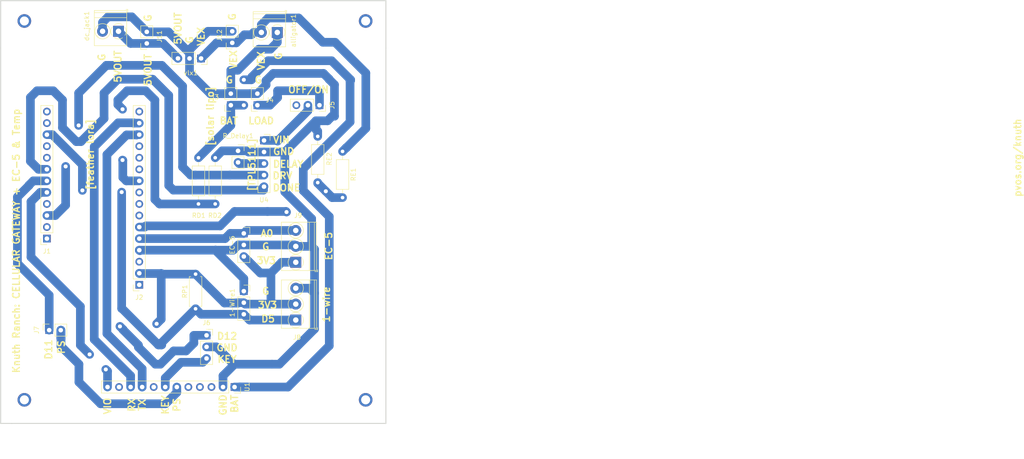
<source format=kicad_pcb>
(kicad_pcb (version 20171130) (host pcbnew 5.0.2-bee76a0~70~ubuntu18.04.1)

  (general
    (thickness 1.6)
    (drawings 66)
    (tracks 296)
    (zones 0)
    (modules 24)
    (nets 21)
  )

  (page A4)
  (layers
    (0 F.Cu signal)
    (31 B.Cu signal)
    (32 B.Adhes user)
    (33 F.Adhes user)
    (34 B.Paste user)
    (35 F.Paste user)
    (36 B.SilkS user)
    (37 F.SilkS user)
    (38 B.Mask user)
    (39 F.Mask user)
    (40 Dwgs.User user)
    (41 Cmts.User user)
    (42 Eco1.User user)
    (43 Eco2.User user)
    (44 Edge.Cuts user)
    (45 Margin user)
    (46 B.CrtYd user)
    (47 F.CrtYd user)
    (48 B.Fab user)
    (49 F.Fab user)
  )

  (setup
    (last_trace_width 1.905)
    (user_trace_width 0.254)
    (user_trace_width 0.381)
    (user_trace_width 0.635)
    (user_trace_width 1.27)
    (user_trace_width 1.905)
    (user_trace_width 2.54)
    (trace_clearance 0.2)
    (zone_clearance 0.508)
    (zone_45_only no)
    (trace_min 0.2)
    (segment_width 0.2)
    (edge_width 0.15)
    (via_size 1.778)
    (via_drill 0.889)
    (via_min_size 0.4)
    (via_min_drill 0.508)
    (uvia_size 0.3)
    (uvia_drill 0.1)
    (uvias_allowed no)
    (uvia_min_size 0.2)
    (uvia_min_drill 0.1)
    (pcb_text_width 0.3)
    (pcb_text_size 1.5 1.5)
    (mod_edge_width 0.15)
    (mod_text_size 1 1)
    (mod_text_width 0.15)
    (pad_size 1.4 1.4)
    (pad_drill 0.7)
    (pad_to_mask_clearance 0.051)
    (solder_mask_min_width 0.25)
    (aux_axis_origin 0 0)
    (visible_elements FFFFFF3F)
    (pcbplotparams
      (layerselection 0x010fc_ffffffff)
      (usegerberextensions false)
      (usegerberattributes false)
      (usegerberadvancedattributes false)
      (creategerberjobfile false)
      (excludeedgelayer true)
      (linewidth 0.100000)
      (plotframeref false)
      (viasonmask false)
      (mode 1)
      (useauxorigin false)
      (hpglpennumber 1)
      (hpglpenspeed 20)
      (hpglpendiameter 15.000000)
      (psnegative false)
      (psa4output false)
      (plotreference true)
      (plotvalue true)
      (plotinvisibletext false)
      (padsonsilk false)
      (subtractmaskfromsilk false)
      (outputformat 1)
      (mirror false)
      (drillshape 0)
      (scaleselection 1)
      (outputdirectory "gerb/drill_ps/"))
  )

  (net 0 "")
  (net 1 GND)
  (net 2 "Net-(R_Delay1-Pad2)")
  (net 3 +3V3)
  (net 4 D5)
  (net 5 A0)
  (net 6 D10)
  (net 7 A5)
  (net 8 VBUS)
  (net 9 D12)
  (net 10 D11)
  (net 11 FEATHER_RX)
  (net 12 FEATHER_TX)
  (net 13 BATT)
  (net 14 LOAD)
  (net 15 SWITCHED_LOAD)
  (net 16 KEY)
  (net 17 PS)
  (net 18 A1)
  (net 19 5V_OUT)
  (net 20 EXT_BAT)

  (net_class Default "This is the default net class."
    (clearance 0.2)
    (trace_width 0.25)
    (via_dia 1.778)
    (via_drill 0.889)
    (uvia_dia 0.3)
    (uvia_drill 0.1)
    (add_net +3V3)
    (add_net 5V_OUT)
    (add_net A0)
    (add_net A1)
    (add_net A5)
    (add_net BATT)
    (add_net D10)
    (add_net D11)
    (add_net D12)
    (add_net D5)
    (add_net EXT_BAT)
    (add_net FEATHER_RX)
    (add_net FEATHER_TX)
    (add_net GND)
    (add_net KEY)
    (add_net LOAD)
    (add_net "Net-(R_Delay1-Pad2)")
    (add_net PS)
    (add_net SWITCHED_LOAD)
    (add_net VBUS)
  )

  (module Connector_PinSocket_2.54mm:PinSocket_1x02_P2.54mm_Vertical (layer F.Cu) (tedit 5A19A420) (tstamp 5D26FF4A)
    (at 124.46 105.156)
    (descr "Through hole straight socket strip, 1x02, 2.54mm pitch, single row (from Kicad 4.0.7), script generated")
    (tags "Through hole socket strip THT 1x02 2.54mm single row")
    (path /5D197A39)
    (fp_text reference R_Delay1 (at 0 -3.302 180) (layer F.SilkS)
      (effects (font (size 1 1) (thickness 0.15)))
    )
    (fp_text value Conn_01x02_Female (at 0 5.31) (layer F.Fab)
      (effects (font (size 1 1) (thickness 0.15)))
    )
    (fp_line (start -1.27 -1.27) (end 0.635 -1.27) (layer F.Fab) (width 0.1))
    (fp_line (start 0.635 -1.27) (end 1.27 -0.635) (layer F.Fab) (width 0.1))
    (fp_line (start 1.27 -0.635) (end 1.27 3.81) (layer F.Fab) (width 0.1))
    (fp_line (start 1.27 3.81) (end -1.27 3.81) (layer F.Fab) (width 0.1))
    (fp_line (start -1.27 3.81) (end -1.27 -1.27) (layer F.Fab) (width 0.1))
    (fp_line (start -1.33 1.27) (end 1.33 1.27) (layer F.SilkS) (width 0.12))
    (fp_line (start -1.33 1.27) (end -1.33 3.87) (layer F.SilkS) (width 0.12))
    (fp_line (start -1.33 3.87) (end 1.33 3.87) (layer F.SilkS) (width 0.12))
    (fp_line (start 1.33 1.27) (end 1.33 3.87) (layer F.SilkS) (width 0.12))
    (fp_line (start 1.33 -1.33) (end 1.33 0) (layer F.SilkS) (width 0.12))
    (fp_line (start 0 -1.33) (end 1.33 -1.33) (layer F.SilkS) (width 0.12))
    (fp_line (start -1.8 -1.8) (end 1.75 -1.8) (layer F.CrtYd) (width 0.05))
    (fp_line (start 1.75 -1.8) (end 1.75 4.3) (layer F.CrtYd) (width 0.05))
    (fp_line (start 1.75 4.3) (end -1.8 4.3) (layer F.CrtYd) (width 0.05))
    (fp_line (start -1.8 4.3) (end -1.8 -1.8) (layer F.CrtYd) (width 0.05))
    (fp_text user %R (at 0 6.35 180) (layer F.Fab)
      (effects (font (size 1 1) (thickness 0.15)))
    )
    (pad 1 thru_hole rect (at 0 0) (size 1.7 1.7) (drill 1) (layers *.Cu *.Mask)
      (net 1 GND))
    (pad 2 thru_hole oval (at 0 2.54) (size 1.7 1.7) (drill 1) (layers *.Cu *.Mask)
      (net 2 "Net-(R_Delay1-Pad2)"))
    (model ${KISYS3DMOD}/Connector_PinSocket_2.54mm.3dshapes/PinSocket_1x02_P2.54mm_Vertical.wrl
      (at (xyz 0 0 0))
      (scale (xyz 1 1 1))
      (rotate (xyz 0 0 0))
    )
  )

  (module Connector_PinSocket_2.54mm:PinSocket_1x05_P2.54mm_Vertical (layer F.Cu) (tedit 5A19A420) (tstamp 5D2702E4)
    (at 130.175 102.87)
    (descr "Through hole straight socket strip, 1x05, 2.54mm pitch, single row (from Kicad 4.0.7), script generated")
    (tags "Through hole socket strip THT 1x05 2.54mm single row")
    (path /5D196517)
    (fp_text reference U4 (at 0 13.081) (layer F.SilkS)
      (effects (font (size 1 1) (thickness 0.15)))
    )
    (fp_text value tpl5111 (at 0 12.93) (layer F.Fab)
      (effects (font (size 1 1) (thickness 0.15)))
    )
    (fp_line (start -1.27 -1.27) (end 0.635 -1.27) (layer F.Fab) (width 0.1))
    (fp_line (start 0.635 -1.27) (end 1.27 -0.635) (layer F.Fab) (width 0.1))
    (fp_line (start 1.27 -0.635) (end 1.27 11.43) (layer F.Fab) (width 0.1))
    (fp_line (start 1.27 11.43) (end -1.27 11.43) (layer F.Fab) (width 0.1))
    (fp_line (start -1.27 11.43) (end -1.27 -1.27) (layer F.Fab) (width 0.1))
    (fp_line (start -1.33 1.27) (end 1.33 1.27) (layer F.SilkS) (width 0.12))
    (fp_line (start -1.33 1.27) (end -1.33 11.49) (layer F.SilkS) (width 0.12))
    (fp_line (start -1.33 11.49) (end 1.33 11.49) (layer F.SilkS) (width 0.12))
    (fp_line (start 1.33 1.27) (end 1.33 11.49) (layer F.SilkS) (width 0.12))
    (fp_line (start 1.33 -1.33) (end 1.33 0) (layer F.SilkS) (width 0.12))
    (fp_line (start 0 -1.33) (end 1.33 -1.33) (layer F.SilkS) (width 0.12))
    (fp_line (start -1.8 -1.8) (end 1.75 -1.8) (layer F.CrtYd) (width 0.05))
    (fp_line (start 1.75 -1.8) (end 1.75 11.9) (layer F.CrtYd) (width 0.05))
    (fp_line (start 1.75 11.9) (end -1.8 11.9) (layer F.CrtYd) (width 0.05))
    (fp_line (start -1.8 11.9) (end -1.8 -1.8) (layer F.CrtYd) (width 0.05))
    (fp_text user %R (at 0 5.08 -270) (layer F.Fab)
      (effects (font (size 1 1) (thickness 0.15)))
    )
    (pad 1 thru_hole rect (at 0 0) (size 1.7 1.7) (drill 1) (layers *.Cu *.Mask)
      (net 15 SWITCHED_LOAD))
    (pad 2 thru_hole oval (at 0 2.54) (size 1.7 1.7) (drill 1) (layers *.Cu *.Mask)
      (net 1 GND))
    (pad 3 thru_hole oval (at 0 5.08) (size 1.7 1.7) (drill 1) (layers *.Cu *.Mask)
      (net 2 "Net-(R_Delay1-Pad2)"))
    (pad 4 thru_hole oval (at 0 7.62) (size 1.7 1.7) (drill 1) (layers *.Cu *.Mask)
      (net 8 VBUS))
    (pad 5 thru_hole oval (at 0 10.16) (size 1.7 1.7) (drill 1) (layers *.Cu *.Mask)
      (net 6 D10))
    (model ${KISYS3DMOD}/Connector_PinSocket_2.54mm.3dshapes/PinSocket_1x05_P2.54mm_Vertical.wrl
      (at (xyz 0 0 0))
      (scale (xyz 1 1 1))
      (rotate (xyz 0 0 0))
    )
  )

  (module Connector_PinSocket_2.54mm:PinSocket_1x03_P2.54mm_Vertical (layer F.Cu) (tedit 5A19A429) (tstamp 5D3A9648)
    (at 125.73 136.017)
    (descr "Through hole straight socket strip, 1x03, 2.54mm pitch, single row (from Kicad 4.0.7), script generated")
    (tags "Through hole socket strip THT 1x03 2.54mm single row")
    (path /5D3CC155)
    (fp_text reference 1-Wire1 (at -2.54 2.54 90) (layer F.SilkS)
      (effects (font (size 1 1) (thickness 0.15)))
    )
    (fp_text value Conn_01x03_Female (at 0 7.85) (layer F.Fab)
      (effects (font (size 1 1) (thickness 0.15)))
    )
    (fp_text user %R (at 0 2.54 90) (layer F.Fab)
      (effects (font (size 1 1) (thickness 0.15)))
    )
    (fp_line (start -1.8 6.85) (end -1.8 -1.8) (layer F.CrtYd) (width 0.05))
    (fp_line (start 1.75 6.85) (end -1.8 6.85) (layer F.CrtYd) (width 0.05))
    (fp_line (start 1.75 -1.8) (end 1.75 6.85) (layer F.CrtYd) (width 0.05))
    (fp_line (start -1.8 -1.8) (end 1.75 -1.8) (layer F.CrtYd) (width 0.05))
    (fp_line (start 0 -1.33) (end 1.33 -1.33) (layer F.SilkS) (width 0.12))
    (fp_line (start 1.33 -1.33) (end 1.33 0) (layer F.SilkS) (width 0.12))
    (fp_line (start 1.33 1.27) (end 1.33 6.41) (layer F.SilkS) (width 0.12))
    (fp_line (start -1.33 6.41) (end 1.33 6.41) (layer F.SilkS) (width 0.12))
    (fp_line (start -1.33 1.27) (end -1.33 6.41) (layer F.SilkS) (width 0.12))
    (fp_line (start -1.33 1.27) (end 1.33 1.27) (layer F.SilkS) (width 0.12))
    (fp_line (start -1.27 6.35) (end -1.27 -1.27) (layer F.Fab) (width 0.1))
    (fp_line (start 1.27 6.35) (end -1.27 6.35) (layer F.Fab) (width 0.1))
    (fp_line (start 1.27 -0.635) (end 1.27 6.35) (layer F.Fab) (width 0.1))
    (fp_line (start 0.635 -1.27) (end 1.27 -0.635) (layer F.Fab) (width 0.1))
    (fp_line (start -1.27 -1.27) (end 0.635 -1.27) (layer F.Fab) (width 0.1))
    (pad 3 thru_hole oval (at 0 5.08) (size 1.7 1.7) (drill 1) (layers *.Cu *.Mask)
      (net 4 D5))
    (pad 2 thru_hole oval (at 0 2.54) (size 1.7 1.7) (drill 1) (layers *.Cu *.Mask)
      (net 3 +3V3))
    (pad 1 thru_hole rect (at 0 0) (size 1.7 1.7) (drill 1) (layers *.Cu *.Mask)
      (net 1 GND))
    (model ${KISYS3DMOD}/Connector_PinSocket_2.54mm.3dshapes/PinSocket_1x03_P2.54mm_Vertical.wrl
      (at (xyz 0 0 0))
      (scale (xyz 1 1 1))
      (rotate (xyz 0 0 0))
    )
  )

  (module Connector_PinSocket_2.54mm:PinSocket_1x03_P2.54mm_Vertical (layer F.Cu) (tedit 5A19A429) (tstamp 5D4695DA)
    (at 125.73 123.317)
    (descr "Through hole straight socket strip, 1x03, 2.54mm pitch, single row (from Kicad 4.0.7), script generated")
    (tags "Through hole socket strip THT 1x03 2.54mm single row")
    (path /5D3CA29A)
    (fp_text reference EC-5 (at -2.54 2.54 90) (layer F.SilkS)
      (effects (font (size 1 1) (thickness 0.15)))
    )
    (fp_text value Conn_01x03_Female (at 0 7.85) (layer F.Fab)
      (effects (font (size 1 1) (thickness 0.15)))
    )
    (fp_line (start -1.27 -1.27) (end 0.635 -1.27) (layer F.Fab) (width 0.1))
    (fp_line (start 0.635 -1.27) (end 1.27 -0.635) (layer F.Fab) (width 0.1))
    (fp_line (start 1.27 -0.635) (end 1.27 6.35) (layer F.Fab) (width 0.1))
    (fp_line (start 1.27 6.35) (end -1.27 6.35) (layer F.Fab) (width 0.1))
    (fp_line (start -1.27 6.35) (end -1.27 -1.27) (layer F.Fab) (width 0.1))
    (fp_line (start -1.33 1.27) (end 1.33 1.27) (layer F.SilkS) (width 0.12))
    (fp_line (start -1.33 1.27) (end -1.33 6.41) (layer F.SilkS) (width 0.12))
    (fp_line (start -1.33 6.41) (end 1.33 6.41) (layer F.SilkS) (width 0.12))
    (fp_line (start 1.33 1.27) (end 1.33 6.41) (layer F.SilkS) (width 0.12))
    (fp_line (start 1.33 -1.33) (end 1.33 0) (layer F.SilkS) (width 0.12))
    (fp_line (start 0 -1.33) (end 1.33 -1.33) (layer F.SilkS) (width 0.12))
    (fp_line (start -1.8 -1.8) (end 1.75 -1.8) (layer F.CrtYd) (width 0.05))
    (fp_line (start 1.75 -1.8) (end 1.75 6.85) (layer F.CrtYd) (width 0.05))
    (fp_line (start 1.75 6.85) (end -1.8 6.85) (layer F.CrtYd) (width 0.05))
    (fp_line (start -1.8 6.85) (end -1.8 -1.8) (layer F.CrtYd) (width 0.05))
    (fp_text user %R (at 0 2.54 90) (layer F.Fab)
      (effects (font (size 1 1) (thickness 0.15)))
    )
    (pad 1 thru_hole rect (at 0 0) (size 1.7 1.7) (drill 1) (layers *.Cu *.Mask)
      (net 5 A0))
    (pad 2 thru_hole oval (at 0 2.54) (size 1.7 1.7) (drill 1) (layers *.Cu *.Mask)
      (net 1 GND))
    (pad 3 thru_hole oval (at 0 5.08) (size 1.7 1.7) (drill 1) (layers *.Cu *.Mask)
      (net 3 +3V3))
    (model ${KISYS3DMOD}/Connector_PinSocket_2.54mm.3dshapes/PinSocket_1x03_P2.54mm_Vertical.wrl
      (at (xyz 0 0 0))
      (scale (xyz 1 1 1))
      (rotate (xyz 0 0 0))
    )
  )

  (module Connector_PinSocket_2.54mm:PinSocket_1x12_P2.54mm_Vertical (layer F.Cu) (tedit 5A19A41D) (tstamp 5D4692E4)
    (at 82.423 124.46 180)
    (descr "Through hole straight socket strip, 1x12, 2.54mm pitch, single row (from Kicad 4.0.7), script generated")
    (tags "Through hole socket strip THT 1x12 2.54mm single row")
    (path /5D3A6009)
    (fp_text reference J1 (at 0 -2.77) (layer F.SilkS)
      (effects (font (size 1 1) (thickness 0.15)))
    )
    (fp_text value FeatherLora1 (at 0 30.71) (layer F.Fab)
      (effects (font (size 1 1) (thickness 0.15)))
    )
    (fp_line (start -1.27 -1.27) (end 0.635 -1.27) (layer F.Fab) (width 0.1))
    (fp_line (start 0.635 -1.27) (end 1.27 -0.635) (layer F.Fab) (width 0.1))
    (fp_line (start 1.27 -0.635) (end 1.27 29.21) (layer F.Fab) (width 0.1))
    (fp_line (start 1.27 29.21) (end -1.27 29.21) (layer F.Fab) (width 0.1))
    (fp_line (start -1.27 29.21) (end -1.27 -1.27) (layer F.Fab) (width 0.1))
    (fp_line (start -1.33 1.27) (end 1.33 1.27) (layer F.SilkS) (width 0.12))
    (fp_line (start -1.33 1.27) (end -1.33 29.27) (layer F.SilkS) (width 0.12))
    (fp_line (start -1.33 29.27) (end 1.33 29.27) (layer F.SilkS) (width 0.12))
    (fp_line (start 1.33 1.27) (end 1.33 29.27) (layer F.SilkS) (width 0.12))
    (fp_line (start 1.33 -1.33) (end 1.33 0) (layer F.SilkS) (width 0.12))
    (fp_line (start 0 -1.33) (end 1.33 -1.33) (layer F.SilkS) (width 0.12))
    (fp_line (start -1.8 -1.8) (end 1.75 -1.8) (layer F.CrtYd) (width 0.05))
    (fp_line (start 1.75 -1.8) (end 1.75 29.7) (layer F.CrtYd) (width 0.05))
    (fp_line (start 1.75 29.7) (end -1.8 29.7) (layer F.CrtYd) (width 0.05))
    (fp_line (start -1.8 29.7) (end -1.8 -1.8) (layer F.CrtYd) (width 0.05))
    (fp_text user %R (at 0 13.97 90) (layer F.Fab)
      (effects (font (size 1 1) (thickness 0.15)))
    )
    (pad 1 thru_hole rect (at 0 0 180) (size 1.7 1.7) (drill 1) (layers *.Cu *.Mask))
    (pad 2 thru_hole oval (at 0 2.54 180) (size 1.7 1.7) (drill 1) (layers *.Cu *.Mask))
    (pad 3 thru_hole oval (at 0 5.08 180) (size 1.7 1.7) (drill 1) (layers *.Cu *.Mask)
      (net 8 VBUS))
    (pad 4 thru_hole oval (at 0 7.62 180) (size 1.7 1.7) (drill 1) (layers *.Cu *.Mask))
    (pad 5 thru_hole oval (at 0 10.16 180) (size 1.7 1.7) (drill 1) (layers *.Cu *.Mask)
      (net 9 D12))
    (pad 6 thru_hole oval (at 0 12.7 180) (size 1.7 1.7) (drill 1) (layers *.Cu *.Mask)
      (net 10 D11))
    (pad 7 thru_hole oval (at 0 15.24 180) (size 1.7 1.7) (drill 1) (layers *.Cu *.Mask)
      (net 6 D10))
    (pad 8 thru_hole oval (at 0 17.78 180) (size 1.7 1.7) (drill 1) (layers *.Cu *.Mask))
    (pad 9 thru_hole oval (at 0 20.32 180) (size 1.7 1.7) (drill 1) (layers *.Cu *.Mask))
    (pad 10 thru_hole oval (at 0 22.86 180) (size 1.7 1.7) (drill 1) (layers *.Cu *.Mask)
      (net 4 D5))
    (pad 11 thru_hole oval (at 0 25.4 180) (size 1.7 1.7) (drill 1) (layers *.Cu *.Mask))
    (pad 12 thru_hole oval (at 0 27.94 180) (size 1.7 1.7) (drill 1) (layers *.Cu *.Mask))
    (model ${KISYS3DMOD}/Connector_PinSocket_2.54mm.3dshapes/PinSocket_1x12_P2.54mm_Vertical.wrl
      (at (xyz 0 0 0))
      (scale (xyz 1 1 1))
      (rotate (xyz 0 0 0))
    )
  )

  (module Connector_PinSocket_2.54mm:PinSocket_1x16_P2.54mm_Vertical (layer F.Cu) (tedit 5A19A41E) (tstamp 5D469345)
    (at 102.743 134.62 180)
    (descr "Through hole straight socket strip, 1x16, 2.54mm pitch, single row (from Kicad 4.0.7), script generated")
    (tags "Through hole socket strip THT 1x16 2.54mm single row")
    (path /5D3A613C)
    (fp_text reference J2 (at 0 -2.77 180) (layer F.SilkS)
      (effects (font (size 1 1) (thickness 0.15)))
    )
    (fp_text value FeatherLora2 (at 0 40.87 180) (layer F.Fab)
      (effects (font (size 1 1) (thickness 0.15)))
    )
    (fp_line (start -1.27 -1.27) (end 0.635 -1.27) (layer F.Fab) (width 0.1))
    (fp_line (start 0.635 -1.27) (end 1.27 -0.635) (layer F.Fab) (width 0.1))
    (fp_line (start 1.27 -0.635) (end 1.27 39.37) (layer F.Fab) (width 0.1))
    (fp_line (start 1.27 39.37) (end -1.27 39.37) (layer F.Fab) (width 0.1))
    (fp_line (start -1.27 39.37) (end -1.27 -1.27) (layer F.Fab) (width 0.1))
    (fp_line (start -1.33 1.27) (end 1.33 1.27) (layer F.SilkS) (width 0.12))
    (fp_line (start -1.33 1.27) (end -1.33 39.43) (layer F.SilkS) (width 0.12))
    (fp_line (start -1.33 39.43) (end 1.33 39.43) (layer F.SilkS) (width 0.12))
    (fp_line (start 1.33 1.27) (end 1.33 39.43) (layer F.SilkS) (width 0.12))
    (fp_line (start 1.33 -1.33) (end 1.33 0) (layer F.SilkS) (width 0.12))
    (fp_line (start 0 -1.33) (end 1.33 -1.33) (layer F.SilkS) (width 0.12))
    (fp_line (start -1.8 -1.8) (end 1.75 -1.8) (layer F.CrtYd) (width 0.05))
    (fp_line (start 1.75 -1.8) (end 1.75 39.9) (layer F.CrtYd) (width 0.05))
    (fp_line (start 1.75 39.9) (end -1.8 39.9) (layer F.CrtYd) (width 0.05))
    (fp_line (start -1.8 39.9) (end -1.8 -1.8) (layer F.CrtYd) (width 0.05))
    (fp_text user %R (at 0 19.05 270) (layer F.Fab)
      (effects (font (size 1 1) (thickness 0.15)))
    )
    (pad 1 thru_hole rect (at 0 0 180) (size 1.7 1.7) (drill 1) (layers *.Cu *.Mask))
    (pad 2 thru_hole oval (at 0 2.54 180) (size 1.7 1.7) (drill 1) (layers *.Cu *.Mask)
      (net 3 +3V3))
    (pad 3 thru_hole oval (at 0 5.08 180) (size 1.7 1.7) (drill 1) (layers *.Cu *.Mask))
    (pad 4 thru_hole oval (at 0 7.62 180) (size 1.7 1.7) (drill 1) (layers *.Cu *.Mask)
      (net 1 GND))
    (pad 5 thru_hole oval (at 0 10.16 180) (size 1.7 1.7) (drill 1) (layers *.Cu *.Mask)
      (net 5 A0))
    (pad 6 thru_hole oval (at 0 12.7 180) (size 1.7 1.7) (drill 1) (layers *.Cu *.Mask)
      (net 18 A1))
    (pad 7 thru_hole oval (at 0 15.24 180) (size 1.7 1.7) (drill 1) (layers *.Cu *.Mask))
    (pad 8 thru_hole oval (at 0 17.78 180) (size 1.7 1.7) (drill 1) (layers *.Cu *.Mask))
    (pad 9 thru_hole oval (at 0 20.32 180) (size 1.7 1.7) (drill 1) (layers *.Cu *.Mask))
    (pad 10 thru_hole oval (at 0 22.86 180) (size 1.7 1.7) (drill 1) (layers *.Cu *.Mask)
      (net 7 A5))
    (pad 11 thru_hole oval (at 0 25.4 180) (size 1.7 1.7) (drill 1) (layers *.Cu *.Mask))
    (pad 12 thru_hole oval (at 0 27.94 180) (size 1.7 1.7) (drill 1) (layers *.Cu *.Mask))
    (pad 13 thru_hole oval (at 0 30.48 180) (size 1.7 1.7) (drill 1) (layers *.Cu *.Mask))
    (pad 14 thru_hole oval (at 0 33.02 180) (size 1.7 1.7) (drill 1) (layers *.Cu *.Mask)
      (net 11 FEATHER_RX))
    (pad 15 thru_hole oval (at 0 35.56 180) (size 1.7 1.7) (drill 1) (layers *.Cu *.Mask)
      (net 12 FEATHER_TX))
    (pad 16 thru_hole oval (at 0 38.1 180) (size 1.7 1.7) (drill 1) (layers *.Cu *.Mask))
    (model ${KISYS3DMOD}/Connector_PinSocket_2.54mm.3dshapes/PinSocket_1x16_P2.54mm_Vertical.wrl
      (at (xyz 0 0 0))
      (scale (xyz 1 1 1))
      (rotate (xyz 0 0 0))
    )
  )

  (module Resistor_THT:R_Axial_DIN0207_L6.3mm_D2.5mm_P7.62mm_Horizontal (layer F.Cu) (tedit 5AE5139B) (tstamp 5D4A7729)
    (at 115.1255 139.8905 90)
    (descr "Resistor, Axial_DIN0207 series, Axial, Horizontal, pin pitch=7.62mm, 0.25W = 1/4W, length*diameter=6.3*2.5mm^2, http://cdn-reichelt.de/documents/datenblatt/B400/1_4W%23YAG.pdf")
    (tags "Resistor Axial_DIN0207 series Axial Horizontal pin pitch 7.62mm 0.25W = 1/4W length 6.3mm diameter 2.5mm")
    (path /5D3DC753)
    (fp_text reference RP1 (at 3.81 -2.37 90) (layer F.SilkS)
      (effects (font (size 1 1) (thickness 0.15)))
    )
    (fp_text value 4.7K (at 3.81 2.37 90) (layer F.Fab)
      (effects (font (size 1 1) (thickness 0.15)))
    )
    (fp_line (start 0.66 -1.25) (end 0.66 1.25) (layer F.Fab) (width 0.1))
    (fp_line (start 0.66 1.25) (end 6.96 1.25) (layer F.Fab) (width 0.1))
    (fp_line (start 6.96 1.25) (end 6.96 -1.25) (layer F.Fab) (width 0.1))
    (fp_line (start 6.96 -1.25) (end 0.66 -1.25) (layer F.Fab) (width 0.1))
    (fp_line (start 0 0) (end 0.66 0) (layer F.Fab) (width 0.1))
    (fp_line (start 7.62 0) (end 6.96 0) (layer F.Fab) (width 0.1))
    (fp_line (start 0.54 -1.04) (end 0.54 -1.37) (layer F.SilkS) (width 0.12))
    (fp_line (start 0.54 -1.37) (end 7.08 -1.37) (layer F.SilkS) (width 0.12))
    (fp_line (start 7.08 -1.37) (end 7.08 -1.04) (layer F.SilkS) (width 0.12))
    (fp_line (start 0.54 1.04) (end 0.54 1.37) (layer F.SilkS) (width 0.12))
    (fp_line (start 0.54 1.37) (end 7.08 1.37) (layer F.SilkS) (width 0.12))
    (fp_line (start 7.08 1.37) (end 7.08 1.04) (layer F.SilkS) (width 0.12))
    (fp_line (start -1.05 -1.5) (end -1.05 1.5) (layer F.CrtYd) (width 0.05))
    (fp_line (start -1.05 1.5) (end 8.67 1.5) (layer F.CrtYd) (width 0.05))
    (fp_line (start 8.67 1.5) (end 8.67 -1.5) (layer F.CrtYd) (width 0.05))
    (fp_line (start 8.67 -1.5) (end -1.05 -1.5) (layer F.CrtYd) (width 0.05))
    (fp_text user %R (at 3.81 0 90) (layer F.Fab)
      (effects (font (size 1 1) (thickness 0.15)))
    )
    (pad 1 thru_hole circle (at 0 0 90) (size 1.6 1.6) (drill 0.8) (layers *.Cu *.Mask)
      (net 4 D5))
    (pad 2 thru_hole oval (at 7.62 0 90) (size 1.6 1.6) (drill 0.8) (layers *.Cu *.Mask)
      (net 3 +3V3))
    (model ${KISYS3DMOD}/Resistor_THT.3dshapes/R_Axial_DIN0207_L6.3mm_D2.5mm_P7.62mm_Horizontal.wrl
      (at (xyz 0 0 0))
      (scale (xyz 1 1 1))
      (rotate (xyz 0 0 0))
    )
  )

  (module Connector_PinSocket_2.54mm:PinSocket_1x02_P2.54mm_Vertical (layer F.Cu) (tedit 5A19A420) (tstamp 5D4A6985)
    (at 122.8725 95.123 180)
    (descr "Through hole straight socket strip, 1x02, 2.54mm pitch, single row (from Kicad 4.0.7), script generated")
    (tags "Through hole socket strip THT 1x02 2.54mm single row")
    (path /5D3DFE86)
    (fp_text reference J3 (at 3.4925 1.778 180) (layer F.SilkS)
      (effects (font (size 1 1) (thickness 0.15)))
    )
    (fp_text value Conn_01x02_Female (at 0 5.31 180) (layer F.Fab)
      (effects (font (size 1 1) (thickness 0.15)))
    )
    (fp_text user %R (at 0 1.27 270) (layer F.Fab)
      (effects (font (size 1 1) (thickness 0.15)))
    )
    (fp_line (start -1.8 4.3) (end -1.8 -1.8) (layer F.CrtYd) (width 0.05))
    (fp_line (start 1.75 4.3) (end -1.8 4.3) (layer F.CrtYd) (width 0.05))
    (fp_line (start 1.75 -1.8) (end 1.75 4.3) (layer F.CrtYd) (width 0.05))
    (fp_line (start -1.8 -1.8) (end 1.75 -1.8) (layer F.CrtYd) (width 0.05))
    (fp_line (start 0 -1.33) (end 1.33 -1.33) (layer F.SilkS) (width 0.12))
    (fp_line (start 1.33 -1.33) (end 1.33 0) (layer F.SilkS) (width 0.12))
    (fp_line (start 1.33 1.27) (end 1.33 3.87) (layer F.SilkS) (width 0.12))
    (fp_line (start -1.33 3.87) (end 1.33 3.87) (layer F.SilkS) (width 0.12))
    (fp_line (start -1.33 1.27) (end -1.33 3.87) (layer F.SilkS) (width 0.12))
    (fp_line (start -1.33 1.27) (end 1.33 1.27) (layer F.SilkS) (width 0.12))
    (fp_line (start -1.27 3.81) (end -1.27 -1.27) (layer F.Fab) (width 0.1))
    (fp_line (start 1.27 3.81) (end -1.27 3.81) (layer F.Fab) (width 0.1))
    (fp_line (start 1.27 -0.635) (end 1.27 3.81) (layer F.Fab) (width 0.1))
    (fp_line (start 0.635 -1.27) (end 1.27 -0.635) (layer F.Fab) (width 0.1))
    (fp_line (start -1.27 -1.27) (end 0.635 -1.27) (layer F.Fab) (width 0.1))
    (pad 2 thru_hole oval (at 0 2.54 180) (size 1.7 1.7) (drill 1) (layers *.Cu *.Mask)
      (net 1 GND))
    (pad 1 thru_hole rect (at 0 0 180) (size 1.7 1.7) (drill 1) (layers *.Cu *.Mask)
      (net 13 BATT))
    (model ${KISYS3DMOD}/Connector_PinSocket_2.54mm.3dshapes/PinSocket_1x02_P2.54mm_Vertical.wrl
      (at (xyz 0 0 0))
      (scale (xyz 1 1 1))
      (rotate (xyz 0 0 0))
    )
  )

  (module Connector_PinSocket_2.54mm:PinSocket_1x02_P2.54mm_Vertical (layer F.Cu) (tedit 5A19A420) (tstamp 5D4A6EF8)
    (at 128.7145 95.123 180)
    (descr "Through hole straight socket strip, 1x02, 2.54mm pitch, single row (from Kicad 4.0.7), script generated")
    (tags "Through hole socket strip THT 1x02 2.54mm single row")
    (path /5D3E035E)
    (fp_text reference J4 (at -2.7305 1.143 180) (layer F.SilkS)
      (effects (font (size 1 1) (thickness 0.15)))
    )
    (fp_text value Conn_01x02_Female (at 0 5.31 180) (layer F.Fab)
      (effects (font (size 1 1) (thickness 0.15)))
    )
    (fp_line (start -1.27 -1.27) (end 0.635 -1.27) (layer F.Fab) (width 0.1))
    (fp_line (start 0.635 -1.27) (end 1.27 -0.635) (layer F.Fab) (width 0.1))
    (fp_line (start 1.27 -0.635) (end 1.27 3.81) (layer F.Fab) (width 0.1))
    (fp_line (start 1.27 3.81) (end -1.27 3.81) (layer F.Fab) (width 0.1))
    (fp_line (start -1.27 3.81) (end -1.27 -1.27) (layer F.Fab) (width 0.1))
    (fp_line (start -1.33 1.27) (end 1.33 1.27) (layer F.SilkS) (width 0.12))
    (fp_line (start -1.33 1.27) (end -1.33 3.87) (layer F.SilkS) (width 0.12))
    (fp_line (start -1.33 3.87) (end 1.33 3.87) (layer F.SilkS) (width 0.12))
    (fp_line (start 1.33 1.27) (end 1.33 3.87) (layer F.SilkS) (width 0.12))
    (fp_line (start 1.33 -1.33) (end 1.33 0) (layer F.SilkS) (width 0.12))
    (fp_line (start 0 -1.33) (end 1.33 -1.33) (layer F.SilkS) (width 0.12))
    (fp_line (start -1.8 -1.8) (end 1.75 -1.8) (layer F.CrtYd) (width 0.05))
    (fp_line (start 1.75 -1.8) (end 1.75 4.3) (layer F.CrtYd) (width 0.05))
    (fp_line (start 1.75 4.3) (end -1.8 4.3) (layer F.CrtYd) (width 0.05))
    (fp_line (start -1.8 4.3) (end -1.8 -1.8) (layer F.CrtYd) (width 0.05))
    (fp_text user %R (at 0 1.27 270) (layer F.Fab)
      (effects (font (size 1 1) (thickness 0.15)))
    )
    (pad 1 thru_hole rect (at 0 0 180) (size 1.7 1.7) (drill 1) (layers *.Cu *.Mask)
      (net 14 LOAD))
    (pad 2 thru_hole oval (at 0 2.54 180) (size 1.7 1.7) (drill 1) (layers *.Cu *.Mask)
      (net 1 GND))
    (model ${KISYS3DMOD}/Connector_PinSocket_2.54mm.3dshapes/PinSocket_1x02_P2.54mm_Vertical.wrl
      (at (xyz 0 0 0))
      (scale (xyz 1 1 1))
      (rotate (xyz 0 0 0))
    )
  )

  (module Connector_PinSocket_2.54mm:PinSocket_1x03_P2.54mm_Vertical (layer F.Cu) (tedit 5A19A429) (tstamp 5D4A5CE3)
    (at 142.367 95.123 270)
    (descr "Through hole straight socket strip, 1x03, 2.54mm pitch, single row (from Kicad 4.0.7), script generated")
    (tags "Through hole socket strip THT 1x03 2.54mm single row")
    (path /5D3E0DC7)
    (fp_text reference J5 (at 0 -2.77 270) (layer F.SilkS)
      (effects (font (size 1 1) (thickness 0.15)))
    )
    (fp_text value Conn_01x03_Female (at 0 7.85 270) (layer F.Fab)
      (effects (font (size 1 1) (thickness 0.15)))
    )
    (fp_text user %R (at 0 2.54) (layer F.Fab)
      (effects (font (size 1 1) (thickness 0.15)))
    )
    (fp_line (start -1.8 6.85) (end -1.8 -1.8) (layer F.CrtYd) (width 0.05))
    (fp_line (start 1.75 6.85) (end -1.8 6.85) (layer F.CrtYd) (width 0.05))
    (fp_line (start 1.75 -1.8) (end 1.75 6.85) (layer F.CrtYd) (width 0.05))
    (fp_line (start -1.8 -1.8) (end 1.75 -1.8) (layer F.CrtYd) (width 0.05))
    (fp_line (start 0 -1.33) (end 1.33 -1.33) (layer F.SilkS) (width 0.12))
    (fp_line (start 1.33 -1.33) (end 1.33 0) (layer F.SilkS) (width 0.12))
    (fp_line (start 1.33 1.27) (end 1.33 6.41) (layer F.SilkS) (width 0.12))
    (fp_line (start -1.33 6.41) (end 1.33 6.41) (layer F.SilkS) (width 0.12))
    (fp_line (start -1.33 1.27) (end -1.33 6.41) (layer F.SilkS) (width 0.12))
    (fp_line (start -1.33 1.27) (end 1.33 1.27) (layer F.SilkS) (width 0.12))
    (fp_line (start -1.27 6.35) (end -1.27 -1.27) (layer F.Fab) (width 0.1))
    (fp_line (start 1.27 6.35) (end -1.27 6.35) (layer F.Fab) (width 0.1))
    (fp_line (start 1.27 -0.635) (end 1.27 6.35) (layer F.Fab) (width 0.1))
    (fp_line (start 0.635 -1.27) (end 1.27 -0.635) (layer F.Fab) (width 0.1))
    (fp_line (start -1.27 -1.27) (end 0.635 -1.27) (layer F.Fab) (width 0.1))
    (pad 3 thru_hole oval (at 0 5.08 270) (size 1.7 1.7) (drill 1) (layers *.Cu *.Mask))
    (pad 2 thru_hole oval (at 0 2.54 270) (size 1.7 1.7) (drill 1) (layers *.Cu *.Mask)
      (net 15 SWITCHED_LOAD))
    (pad 1 thru_hole rect (at 0 0 270) (size 1.7 1.7) (drill 1) (layers *.Cu *.Mask)
      (net 14 LOAD))
    (model ${KISYS3DMOD}/Connector_PinSocket_2.54mm.3dshapes/PinSocket_1x03_P2.54mm_Vertical.wrl
      (at (xyz 0 0 0))
      (scale (xyz 1 1 1))
      (rotate (xyz 0 0 0))
    )
  )

  (module Connector_PinSocket_2.54mm:PinSocket_1x03_P2.54mm_Vertical (layer F.Cu) (tedit 5A19A429) (tstamp 5D4A5CFA)
    (at 117.5385 145.7325)
    (descr "Through hole straight socket strip, 1x03, 2.54mm pitch, single row (from Kicad 4.0.7), script generated")
    (tags "Through hole socket strip THT 1x03 2.54mm single row")
    (path /5D400FB4)
    (fp_text reference J6 (at 0 -2.77) (layer F.SilkS)
      (effects (font (size 1 1) (thickness 0.15)))
    )
    (fp_text value Conn_01x03_Female (at 0 7.85) (layer F.Fab)
      (effects (font (size 1 1) (thickness 0.15)))
    )
    (fp_line (start -1.27 -1.27) (end 0.635 -1.27) (layer F.Fab) (width 0.1))
    (fp_line (start 0.635 -1.27) (end 1.27 -0.635) (layer F.Fab) (width 0.1))
    (fp_line (start 1.27 -0.635) (end 1.27 6.35) (layer F.Fab) (width 0.1))
    (fp_line (start 1.27 6.35) (end -1.27 6.35) (layer F.Fab) (width 0.1))
    (fp_line (start -1.27 6.35) (end -1.27 -1.27) (layer F.Fab) (width 0.1))
    (fp_line (start -1.33 1.27) (end 1.33 1.27) (layer F.SilkS) (width 0.12))
    (fp_line (start -1.33 1.27) (end -1.33 6.41) (layer F.SilkS) (width 0.12))
    (fp_line (start -1.33 6.41) (end 1.33 6.41) (layer F.SilkS) (width 0.12))
    (fp_line (start 1.33 1.27) (end 1.33 6.41) (layer F.SilkS) (width 0.12))
    (fp_line (start 1.33 -1.33) (end 1.33 0) (layer F.SilkS) (width 0.12))
    (fp_line (start 0 -1.33) (end 1.33 -1.33) (layer F.SilkS) (width 0.12))
    (fp_line (start -1.8 -1.8) (end 1.75 -1.8) (layer F.CrtYd) (width 0.05))
    (fp_line (start 1.75 -1.8) (end 1.75 6.85) (layer F.CrtYd) (width 0.05))
    (fp_line (start 1.75 6.85) (end -1.8 6.85) (layer F.CrtYd) (width 0.05))
    (fp_line (start -1.8 6.85) (end -1.8 -1.8) (layer F.CrtYd) (width 0.05))
    (fp_text user %R (at 0 2.54 90) (layer F.Fab)
      (effects (font (size 1 1) (thickness 0.15)))
    )
    (pad 1 thru_hole rect (at 0 0) (size 1.7 1.7) (drill 1) (layers *.Cu *.Mask)
      (net 9 D12))
    (pad 2 thru_hole oval (at 0 2.54) (size 1.7 1.7) (drill 1) (layers *.Cu *.Mask)
      (net 1 GND))
    (pad 3 thru_hole oval (at 0 5.08) (size 1.7 1.7) (drill 1) (layers *.Cu *.Mask)
      (net 16 KEY))
    (model ${KISYS3DMOD}/Connector_PinSocket_2.54mm.3dshapes/PinSocket_1x03_P2.54mm_Vertical.wrl
      (at (xyz 0 0 0))
      (scale (xyz 1 1 1))
      (rotate (xyz 0 0 0))
    )
  )

  (module Connector_PinSocket_2.54mm:PinSocket_1x02_P2.54mm_Vertical (layer F.Cu) (tedit 5A19A420) (tstamp 5D4A66D6)
    (at 82.931 144.5895 90)
    (descr "Through hole straight socket strip, 1x02, 2.54mm pitch, single row (from Kicad 4.0.7), script generated")
    (tags "Through hole socket strip THT 1x02 2.54mm single row")
    (path /5D3F2988)
    (fp_text reference J7 (at 0 -2.77 90) (layer F.SilkS)
      (effects (font (size 1 1) (thickness 0.15)))
    )
    (fp_text value Conn_01x02_Female (at 0 5.31 90) (layer F.Fab)
      (effects (font (size 1 1) (thickness 0.15)))
    )
    (fp_line (start -1.27 -1.27) (end 0.635 -1.27) (layer F.Fab) (width 0.1))
    (fp_line (start 0.635 -1.27) (end 1.27 -0.635) (layer F.Fab) (width 0.1))
    (fp_line (start 1.27 -0.635) (end 1.27 3.81) (layer F.Fab) (width 0.1))
    (fp_line (start 1.27 3.81) (end -1.27 3.81) (layer F.Fab) (width 0.1))
    (fp_line (start -1.27 3.81) (end -1.27 -1.27) (layer F.Fab) (width 0.1))
    (fp_line (start -1.33 1.27) (end 1.33 1.27) (layer F.SilkS) (width 0.12))
    (fp_line (start -1.33 1.27) (end -1.33 3.87) (layer F.SilkS) (width 0.12))
    (fp_line (start -1.33 3.87) (end 1.33 3.87) (layer F.SilkS) (width 0.12))
    (fp_line (start 1.33 1.27) (end 1.33 3.87) (layer F.SilkS) (width 0.12))
    (fp_line (start 1.33 -1.33) (end 1.33 0) (layer F.SilkS) (width 0.12))
    (fp_line (start 0 -1.33) (end 1.33 -1.33) (layer F.SilkS) (width 0.12))
    (fp_line (start -1.8 -1.8) (end 1.75 -1.8) (layer F.CrtYd) (width 0.05))
    (fp_line (start 1.75 -1.8) (end 1.75 4.3) (layer F.CrtYd) (width 0.05))
    (fp_line (start 1.75 4.3) (end -1.8 4.3) (layer F.CrtYd) (width 0.05))
    (fp_line (start -1.8 4.3) (end -1.8 -1.8) (layer F.CrtYd) (width 0.05))
    (fp_text user %R (at 0 1.27 180) (layer F.Fab)
      (effects (font (size 1 1) (thickness 0.15)))
    )
    (pad 1 thru_hole rect (at 0 0 90) (size 1.7 1.7) (drill 1) (layers *.Cu *.Mask)
      (net 10 D11))
    (pad 2 thru_hole oval (at 0 2.54 90) (size 1.7 1.7) (drill 1) (layers *.Cu *.Mask)
      (net 17 PS))
    (model ${KISYS3DMOD}/Connector_PinSocket_2.54mm.3dshapes/PinSocket_1x02_P2.54mm_Vertical.wrl
      (at (xyz 0 0 0))
      (scale (xyz 1 1 1))
      (rotate (xyz 0 0 0))
    )
  )

  (module TerminalBlock_Phoenix:TerminalBlock_Phoenix_PT-1,5-3-3.5-H_1x03_P3.50mm_Horizontal (layer F.Cu) (tedit 5B294F3F) (tstamp 5D4A5D43)
    (at 137.16 142.367 90)
    (descr "Terminal Block Phoenix PT-1,5-3-3.5-H, 3 pins, pitch 3.5mm, size 10.5x7.6mm^2, drill diamater 1.2mm, pad diameter 2.4mm, see , script-generated using https://github.com/pointhi/kicad-footprint-generator/scripts/TerminalBlock_Phoenix")
    (tags "THT Terminal Block Phoenix PT-1,5-3-3.5-H pitch 3.5mm size 10.5x7.6mm^2 drill 1.2mm pad 2.4mm")
    (path /5D3ED3C0)
    (fp_text reference J8 (at -3.81 0.254 180) (layer F.SilkS)
      (effects (font (size 1 1) (thickness 0.15)))
    )
    (fp_text value Screw_Terminal_01x03 (at 4.572 9.525 90) (layer F.Fab)
      (effects (font (size 1 1) (thickness 0.15)))
    )
    (fp_text user %R (at 3.5 2.4 90) (layer F.Fab)
      (effects (font (size 1 1) (thickness 0.15)))
    )
    (fp_line (start 9.25 -3.6) (end -2.25 -3.6) (layer F.CrtYd) (width 0.05))
    (fp_line (start 9.25 5) (end 9.25 -3.6) (layer F.CrtYd) (width 0.05))
    (fp_line (start -2.25 5) (end 9.25 5) (layer F.CrtYd) (width 0.05))
    (fp_line (start -2.25 -3.6) (end -2.25 5) (layer F.CrtYd) (width 0.05))
    (fp_line (start -2.05 4.8) (end -1.65 4.8) (layer F.SilkS) (width 0.12))
    (fp_line (start -2.05 4.16) (end -2.05 4.8) (layer F.SilkS) (width 0.12))
    (fp_line (start 5.855 0.941) (end 5.726 1.069) (layer F.SilkS) (width 0.12))
    (fp_line (start 8.07 -1.275) (end 7.976 -1.181) (layer F.SilkS) (width 0.12))
    (fp_line (start 6.025 1.181) (end 5.931 1.274) (layer F.SilkS) (width 0.12))
    (fp_line (start 8.275 -1.069) (end 8.146 -0.941) (layer F.SilkS) (width 0.12))
    (fp_line (start 7.955 -1.138) (end 5.863 0.955) (layer F.Fab) (width 0.1))
    (fp_line (start 8.138 -0.955) (end 6.046 1.138) (layer F.Fab) (width 0.1))
    (fp_line (start 2.355 0.941) (end 2.226 1.069) (layer F.SilkS) (width 0.12))
    (fp_line (start 4.57 -1.275) (end 4.476 -1.181) (layer F.SilkS) (width 0.12))
    (fp_line (start 2.525 1.181) (end 2.431 1.274) (layer F.SilkS) (width 0.12))
    (fp_line (start 4.775 -1.069) (end 4.646 -0.941) (layer F.SilkS) (width 0.12))
    (fp_line (start 4.455 -1.138) (end 2.363 0.955) (layer F.Fab) (width 0.1))
    (fp_line (start 4.638 -0.955) (end 2.546 1.138) (layer F.Fab) (width 0.1))
    (fp_line (start 0.955 -1.138) (end -1.138 0.955) (layer F.Fab) (width 0.1))
    (fp_line (start 1.138 -0.955) (end -0.955 1.138) (layer F.Fab) (width 0.1))
    (fp_line (start 8.81 -3.16) (end 8.81 4.56) (layer F.SilkS) (width 0.12))
    (fp_line (start -1.81 -3.16) (end -1.81 4.56) (layer F.SilkS) (width 0.12))
    (fp_line (start -1.81 4.56) (end 8.81 4.56) (layer F.SilkS) (width 0.12))
    (fp_line (start -1.81 -3.16) (end 8.81 -3.16) (layer F.SilkS) (width 0.12))
    (fp_line (start -1.81 3) (end 8.81 3) (layer F.SilkS) (width 0.12))
    (fp_line (start -1.75 3) (end 8.75 3) (layer F.Fab) (width 0.1))
    (fp_line (start -1.81 4.1) (end 8.81 4.1) (layer F.SilkS) (width 0.12))
    (fp_line (start -1.75 4.1) (end 8.75 4.1) (layer F.Fab) (width 0.1))
    (fp_line (start -1.75 4.1) (end -1.75 -3.1) (layer F.Fab) (width 0.1))
    (fp_line (start -1.35 4.5) (end -1.75 4.1) (layer F.Fab) (width 0.1))
    (fp_line (start 8.75 4.5) (end -1.35 4.5) (layer F.Fab) (width 0.1))
    (fp_line (start 8.75 -3.1) (end 8.75 4.5) (layer F.Fab) (width 0.1))
    (fp_line (start -1.75 -3.1) (end 8.75 -3.1) (layer F.Fab) (width 0.1))
    (fp_circle (center 7 0) (end 8.68 0) (layer F.SilkS) (width 0.12))
    (fp_circle (center 7 0) (end 8.5 0) (layer F.Fab) (width 0.1))
    (fp_circle (center 3.5 0) (end 5.18 0) (layer F.SilkS) (width 0.12))
    (fp_circle (center 3.5 0) (end 5 0) (layer F.Fab) (width 0.1))
    (fp_circle (center 0 0) (end 1.5 0) (layer F.Fab) (width 0.1))
    (fp_arc (start 0 0) (end -0.866 1.44) (angle -32) (layer F.SilkS) (width 0.12))
    (fp_arc (start 0 0) (end -1.44 -0.866) (angle -63) (layer F.SilkS) (width 0.12))
    (fp_arc (start 0 0) (end 0.866 -1.44) (angle -63) (layer F.SilkS) (width 0.12))
    (fp_arc (start 0 0) (end 1.425 0.891) (angle -64) (layer F.SilkS) (width 0.12))
    (fp_arc (start 0 0) (end 0 1.68) (angle -32) (layer F.SilkS) (width 0.12))
    (pad 3 thru_hole circle (at 7 0 90) (size 2.4 2.4) (drill 1.2) (layers *.Cu *.Mask)
      (net 1 GND))
    (pad 2 thru_hole circle (at 3.5 0 90) (size 2.4 2.4) (drill 1.2) (layers *.Cu *.Mask)
      (net 3 +3V3))
    (pad 1 thru_hole rect (at 0 0 90) (size 2.4 2.4) (drill 1.2) (layers *.Cu *.Mask)
      (net 4 D5))
    (model ${KISYS3DMOD}/TerminalBlock_Phoenix.3dshapes/TerminalBlock_Phoenix_PT-1,5-3-3.5-H_1x03_P3.50mm_Horizontal.wrl
      (at (xyz 0 0 0))
      (scale (xyz 1 1 1))
      (rotate (xyz 0 0 0))
    )
  )

  (module TerminalBlock_Phoenix:TerminalBlock_Phoenix_PT-1,5-3-3.5-H_1x03_P3.50mm_Horizontal (layer F.Cu) (tedit 5B294F3F) (tstamp 5D4A85AF)
    (at 137.16 129.667 90)
    (descr "Terminal Block Phoenix PT-1,5-3-3.5-H, 3 pins, pitch 3.5mm, size 10.5x7.6mm^2, drill diamater 1.2mm, pad diameter 2.4mm, see , script-generated using https://github.com/pointhi/kicad-footprint-generator/scripts/TerminalBlock_Phoenix")
    (tags "THT Terminal Block Phoenix PT-1,5-3-3.5-H pitch 3.5mm size 10.5x7.6mm^2 drill 1.2mm pad 2.4mm")
    (path /5D3ED41C)
    (fp_text reference J9 (at 10.287 0.508 180) (layer F.SilkS)
      (effects (font (size 1 1) (thickness 0.15)))
    )
    (fp_text value Screw_Terminal_01x03 (at 3.302 9.525 90) (layer F.Fab)
      (effects (font (size 1 1) (thickness 0.15)))
    )
    (fp_arc (start 0 0) (end 0 1.68) (angle -32) (layer F.SilkS) (width 0.12))
    (fp_arc (start 0 0) (end 1.425 0.891) (angle -64) (layer F.SilkS) (width 0.12))
    (fp_arc (start 0 0) (end 0.866 -1.44) (angle -63) (layer F.SilkS) (width 0.12))
    (fp_arc (start 0 0) (end -1.44 -0.866) (angle -63) (layer F.SilkS) (width 0.12))
    (fp_arc (start 0 0) (end -0.866 1.44) (angle -32) (layer F.SilkS) (width 0.12))
    (fp_circle (center 0 0) (end 1.5 0) (layer F.Fab) (width 0.1))
    (fp_circle (center 3.5 0) (end 5 0) (layer F.Fab) (width 0.1))
    (fp_circle (center 3.5 0) (end 5.18 0) (layer F.SilkS) (width 0.12))
    (fp_circle (center 7 0) (end 8.5 0) (layer F.Fab) (width 0.1))
    (fp_circle (center 7 0) (end 8.68 0) (layer F.SilkS) (width 0.12))
    (fp_line (start -1.75 -3.1) (end 8.75 -3.1) (layer F.Fab) (width 0.1))
    (fp_line (start 8.75 -3.1) (end 8.75 4.5) (layer F.Fab) (width 0.1))
    (fp_line (start 8.75 4.5) (end -1.35 4.5) (layer F.Fab) (width 0.1))
    (fp_line (start -1.35 4.5) (end -1.75 4.1) (layer F.Fab) (width 0.1))
    (fp_line (start -1.75 4.1) (end -1.75 -3.1) (layer F.Fab) (width 0.1))
    (fp_line (start -1.75 4.1) (end 8.75 4.1) (layer F.Fab) (width 0.1))
    (fp_line (start -1.81 4.1) (end 8.81 4.1) (layer F.SilkS) (width 0.12))
    (fp_line (start -1.75 3) (end 8.75 3) (layer F.Fab) (width 0.1))
    (fp_line (start -1.81 3) (end 8.81 3) (layer F.SilkS) (width 0.12))
    (fp_line (start -1.81 -3.16) (end 8.81 -3.16) (layer F.SilkS) (width 0.12))
    (fp_line (start -1.81 4.56) (end 8.81 4.56) (layer F.SilkS) (width 0.12))
    (fp_line (start -1.81 -3.16) (end -1.81 4.56) (layer F.SilkS) (width 0.12))
    (fp_line (start 8.81 -3.16) (end 8.81 4.56) (layer F.SilkS) (width 0.12))
    (fp_line (start 1.138 -0.955) (end -0.955 1.138) (layer F.Fab) (width 0.1))
    (fp_line (start 0.955 -1.138) (end -1.138 0.955) (layer F.Fab) (width 0.1))
    (fp_line (start 4.638 -0.955) (end 2.546 1.138) (layer F.Fab) (width 0.1))
    (fp_line (start 4.455 -1.138) (end 2.363 0.955) (layer F.Fab) (width 0.1))
    (fp_line (start 4.775 -1.069) (end 4.646 -0.941) (layer F.SilkS) (width 0.12))
    (fp_line (start 2.525 1.181) (end 2.431 1.274) (layer F.SilkS) (width 0.12))
    (fp_line (start 4.57 -1.275) (end 4.476 -1.181) (layer F.SilkS) (width 0.12))
    (fp_line (start 2.355 0.941) (end 2.226 1.069) (layer F.SilkS) (width 0.12))
    (fp_line (start 8.138 -0.955) (end 6.046 1.138) (layer F.Fab) (width 0.1))
    (fp_line (start 7.955 -1.138) (end 5.863 0.955) (layer F.Fab) (width 0.1))
    (fp_line (start 8.275 -1.069) (end 8.146 -0.941) (layer F.SilkS) (width 0.12))
    (fp_line (start 6.025 1.181) (end 5.931 1.274) (layer F.SilkS) (width 0.12))
    (fp_line (start 8.07 -1.275) (end 7.976 -1.181) (layer F.SilkS) (width 0.12))
    (fp_line (start 5.855 0.941) (end 5.726 1.069) (layer F.SilkS) (width 0.12))
    (fp_line (start -2.05 4.16) (end -2.05 4.8) (layer F.SilkS) (width 0.12))
    (fp_line (start -2.05 4.8) (end -1.65 4.8) (layer F.SilkS) (width 0.12))
    (fp_line (start -2.25 -3.6) (end -2.25 5) (layer F.CrtYd) (width 0.05))
    (fp_line (start -2.25 5) (end 9.25 5) (layer F.CrtYd) (width 0.05))
    (fp_line (start 9.25 5) (end 9.25 -3.6) (layer F.CrtYd) (width 0.05))
    (fp_line (start 9.25 -3.6) (end -2.25 -3.6) (layer F.CrtYd) (width 0.05))
    (fp_text user %R (at 3.5 2.4 90) (layer F.Fab)
      (effects (font (size 1 1) (thickness 0.15)))
    )
    (pad 1 thru_hole rect (at 0 0 90) (size 2.4 2.4) (drill 1.2) (layers *.Cu *.Mask)
      (net 3 +3V3))
    (pad 2 thru_hole circle (at 3.5 0 90) (size 2.4 2.4) (drill 1.2) (layers *.Cu *.Mask)
      (net 1 GND))
    (pad 3 thru_hole circle (at 7 0 90) (size 2.4 2.4) (drill 1.2) (layers *.Cu *.Mask)
      (net 5 A0))
    (model ${KISYS3DMOD}/TerminalBlock_Phoenix.3dshapes/TerminalBlock_Phoenix_PT-1,5-3-3.5-H_1x03_P3.50mm_Horizontal.wrl
      (at (xyz 0 0 0))
      (scale (xyz 1 1 1))
      (rotate (xyz 0 0 0))
    )
  )

  (module Connector_PinSocket_2.54mm:PinSocket_1x12_P2.54mm_Vertical (layer F.Cu) (tedit 5A19A41D) (tstamp 5D4A5D96)
    (at 123.698 157.099 270)
    (descr "Through hole straight socket strip, 1x12, 2.54mm pitch, single row (from Kicad 4.0.7), script generated")
    (tags "Through hole socket strip THT 1x12 2.54mm single row")
    (path /5D3DF3F6)
    (fp_text reference U1 (at 0 -2.77 270) (layer F.SilkS)
      (effects (font (size 1 1) (thickness 0.15)))
    )
    (fp_text value sim800 (at 0 30.71 270) (layer F.Fab)
      (effects (font (size 1 1) (thickness 0.15)))
    )
    (fp_line (start -1.27 -1.27) (end 0.635 -1.27) (layer F.Fab) (width 0.1))
    (fp_line (start 0.635 -1.27) (end 1.27 -0.635) (layer F.Fab) (width 0.1))
    (fp_line (start 1.27 -0.635) (end 1.27 29.21) (layer F.Fab) (width 0.1))
    (fp_line (start 1.27 29.21) (end -1.27 29.21) (layer F.Fab) (width 0.1))
    (fp_line (start -1.27 29.21) (end -1.27 -1.27) (layer F.Fab) (width 0.1))
    (fp_line (start -1.33 1.27) (end 1.33 1.27) (layer F.SilkS) (width 0.12))
    (fp_line (start -1.33 1.27) (end -1.33 29.27) (layer F.SilkS) (width 0.12))
    (fp_line (start -1.33 29.27) (end 1.33 29.27) (layer F.SilkS) (width 0.12))
    (fp_line (start 1.33 1.27) (end 1.33 29.27) (layer F.SilkS) (width 0.12))
    (fp_line (start 1.33 -1.33) (end 1.33 0) (layer F.SilkS) (width 0.12))
    (fp_line (start 0 -1.33) (end 1.33 -1.33) (layer F.SilkS) (width 0.12))
    (fp_line (start -1.8 -1.8) (end 1.75 -1.8) (layer F.CrtYd) (width 0.05))
    (fp_line (start 1.75 -1.8) (end 1.75 29.7) (layer F.CrtYd) (width 0.05))
    (fp_line (start 1.75 29.7) (end -1.8 29.7) (layer F.CrtYd) (width 0.05))
    (fp_line (start -1.8 29.7) (end -1.8 -1.8) (layer F.CrtYd) (width 0.05))
    (fp_text user %R (at 0 13.97) (layer F.Fab)
      (effects (font (size 1 1) (thickness 0.15)))
    )
    (pad 1 thru_hole rect (at 0 0 270) (size 1.7 1.7) (drill 1) (layers *.Cu *.Mask)
      (net 13 BATT))
    (pad 2 thru_hole oval (at 0 2.54 270) (size 1.7 1.7) (drill 1) (layers *.Cu *.Mask)
      (net 1 GND))
    (pad 3 thru_hole oval (at 0 5.08 270) (size 1.7 1.7) (drill 1) (layers *.Cu *.Mask))
    (pad 4 thru_hole oval (at 0 7.62 270) (size 1.7 1.7) (drill 1) (layers *.Cu *.Mask))
    (pad 5 thru_hole oval (at 0 10.16 270) (size 1.7 1.7) (drill 1) (layers *.Cu *.Mask))
    (pad 6 thru_hole oval (at 0 12.7 270) (size 1.7 1.7) (drill 1) (layers *.Cu *.Mask)
      (net 17 PS))
    (pad 7 thru_hole oval (at 0 15.24 270) (size 1.7 1.7) (drill 1) (layers *.Cu *.Mask)
      (net 16 KEY))
    (pad 8 thru_hole oval (at 0 17.78 270) (size 1.7 1.7) (drill 1) (layers *.Cu *.Mask))
    (pad 9 thru_hole oval (at 0 20.32 270) (size 1.7 1.7) (drill 1) (layers *.Cu *.Mask)
      (net 11 FEATHER_RX))
    (pad 10 thru_hole oval (at 0 22.86 270) (size 1.7 1.7) (drill 1) (layers *.Cu *.Mask)
      (net 12 FEATHER_TX))
    (pad 11 thru_hole oval (at 0 25.4 270) (size 1.7 1.7) (drill 1) (layers *.Cu *.Mask))
    (pad 12 thru_hole oval (at 0 27.94 270) (size 1.7 1.7) (drill 1) (layers *.Cu *.Mask)
      (net 3 +3V3))
    (model ${KISYS3DMOD}/Connector_PinSocket_2.54mm.3dshapes/PinSocket_1x12_P2.54mm_Vertical.wrl
      (at (xyz 0 0 0))
      (scale (xyz 1 1 1))
      (rotate (xyz 0 0 0))
    )
  )

  (module Resistor_THT:R_Axial_DIN0207_L6.3mm_D2.5mm_P10.16mm_Horizontal (layer F.Cu) (tedit 5AE5139B) (tstamp 5D4B6D36)
    (at 115.7605 106.68 270)
    (descr "Resistor, Axial_DIN0207 series, Axial, Horizontal, pin pitch=10.16mm, 0.25W = 1/4W, length*diameter=6.3*2.5mm^2, http://cdn-reichelt.de/documents/datenblatt/B400/1_4W%23YAG.pdf")
    (tags "Resistor Axial_DIN0207 series Axial Horizontal pin pitch 10.16mm 0.25W = 1/4W length 6.3mm diameter 2.5mm")
    (path /5D3B9AD0)
    (fp_text reference RD1 (at 12.7 -0.0635) (layer F.SilkS)
      (effects (font (size 1 1) (thickness 0.15)))
    )
    (fp_text value R (at 5.08 2.37 270) (layer F.Fab)
      (effects (font (size 1 1) (thickness 0.15)))
    )
    (fp_line (start 1.93 -1.25) (end 1.93 1.25) (layer F.Fab) (width 0.1))
    (fp_line (start 1.93 1.25) (end 8.23 1.25) (layer F.Fab) (width 0.1))
    (fp_line (start 8.23 1.25) (end 8.23 -1.25) (layer F.Fab) (width 0.1))
    (fp_line (start 8.23 -1.25) (end 1.93 -1.25) (layer F.Fab) (width 0.1))
    (fp_line (start 0 0) (end 1.93 0) (layer F.Fab) (width 0.1))
    (fp_line (start 10.16 0) (end 8.23 0) (layer F.Fab) (width 0.1))
    (fp_line (start 1.81 -1.37) (end 1.81 1.37) (layer F.SilkS) (width 0.12))
    (fp_line (start 1.81 1.37) (end 8.35 1.37) (layer F.SilkS) (width 0.12))
    (fp_line (start 8.35 1.37) (end 8.35 -1.37) (layer F.SilkS) (width 0.12))
    (fp_line (start 8.35 -1.37) (end 1.81 -1.37) (layer F.SilkS) (width 0.12))
    (fp_line (start 1.04 0) (end 1.81 0) (layer F.SilkS) (width 0.12))
    (fp_line (start 9.12 0) (end 8.35 0) (layer F.SilkS) (width 0.12))
    (fp_line (start -1.05 -1.5) (end -1.05 1.5) (layer F.CrtYd) (width 0.05))
    (fp_line (start -1.05 1.5) (end 11.21 1.5) (layer F.CrtYd) (width 0.05))
    (fp_line (start 11.21 1.5) (end 11.21 -1.5) (layer F.CrtYd) (width 0.05))
    (fp_line (start 11.21 -1.5) (end -1.05 -1.5) (layer F.CrtYd) (width 0.05))
    (fp_text user %R (at 5.08 0 270) (layer F.Fab)
      (effects (font (size 1 1) (thickness 0.15)))
    )
    (pad 1 thru_hole circle (at 0 0 270) (size 1.6 1.6) (drill 0.8) (layers *.Cu *.Mask)
      (net 13 BATT))
    (pad 2 thru_hole oval (at 10.16 0 270) (size 1.6 1.6) (drill 0.8) (layers *.Cu *.Mask)
      (net 7 A5))
    (model ${KISYS3DMOD}/Resistor_THT.3dshapes/R_Axial_DIN0207_L6.3mm_D2.5mm_P10.16mm_Horizontal.wrl
      (at (xyz 0 0 0))
      (scale (xyz 1 1 1))
      (rotate (xyz 0 0 0))
    )
  )

  (module Resistor_THT:R_Axial_DIN0207_L6.3mm_D2.5mm_P10.16mm_Horizontal (layer F.Cu) (tedit 5AE5139B) (tstamp 5D4B7B91)
    (at 119.4435 116.84 90)
    (descr "Resistor, Axial_DIN0207 series, Axial, Horizontal, pin pitch=10.16mm, 0.25W = 1/4W, length*diameter=6.3*2.5mm^2, http://cdn-reichelt.de/documents/datenblatt/B400/1_4W%23YAG.pdf")
    (tags "Resistor Axial_DIN0207 series Axial Horizontal pin pitch 10.16mm 0.25W = 1/4W length 6.3mm diameter 2.5mm")
    (path /5D3B9B54)
    (fp_text reference RD2 (at -2.54 -0.0635 180) (layer F.SilkS)
      (effects (font (size 1 1) (thickness 0.15)))
    )
    (fp_text value R (at 5.08 2.37 90) (layer F.Fab)
      (effects (font (size 1 1) (thickness 0.15)))
    )
    (fp_text user %R (at 5.08 0 90) (layer F.Fab)
      (effects (font (size 1 1) (thickness 0.15)))
    )
    (fp_line (start 11.21 -1.5) (end -1.05 -1.5) (layer F.CrtYd) (width 0.05))
    (fp_line (start 11.21 1.5) (end 11.21 -1.5) (layer F.CrtYd) (width 0.05))
    (fp_line (start -1.05 1.5) (end 11.21 1.5) (layer F.CrtYd) (width 0.05))
    (fp_line (start -1.05 -1.5) (end -1.05 1.5) (layer F.CrtYd) (width 0.05))
    (fp_line (start 9.12 0) (end 8.35 0) (layer F.SilkS) (width 0.12))
    (fp_line (start 1.04 0) (end 1.81 0) (layer F.SilkS) (width 0.12))
    (fp_line (start 8.35 -1.37) (end 1.81 -1.37) (layer F.SilkS) (width 0.12))
    (fp_line (start 8.35 1.37) (end 8.35 -1.37) (layer F.SilkS) (width 0.12))
    (fp_line (start 1.81 1.37) (end 8.35 1.37) (layer F.SilkS) (width 0.12))
    (fp_line (start 1.81 -1.37) (end 1.81 1.37) (layer F.SilkS) (width 0.12))
    (fp_line (start 10.16 0) (end 8.23 0) (layer F.Fab) (width 0.1))
    (fp_line (start 0 0) (end 1.93 0) (layer F.Fab) (width 0.1))
    (fp_line (start 8.23 -1.25) (end 1.93 -1.25) (layer F.Fab) (width 0.1))
    (fp_line (start 8.23 1.25) (end 8.23 -1.25) (layer F.Fab) (width 0.1))
    (fp_line (start 1.93 1.25) (end 8.23 1.25) (layer F.Fab) (width 0.1))
    (fp_line (start 1.93 -1.25) (end 1.93 1.25) (layer F.Fab) (width 0.1))
    (pad 2 thru_hole oval (at 10.16 0 90) (size 1.6 1.6) (drill 0.8) (layers *.Cu *.Mask)
      (net 1 GND))
    (pad 1 thru_hole circle (at 0 0 90) (size 1.6 1.6) (drill 0.8) (layers *.Cu *.Mask)
      (net 7 A5))
    (model ${KISYS3DMOD}/Resistor_THT.3dshapes/R_Axial_DIN0207_L6.3mm_D2.5mm_P10.16mm_Horizontal.wrl
      (at (xyz 0 0 0))
      (scale (xyz 1 1 1))
      (rotate (xyz 0 0 0))
    )
  )

  (module Connector_PinSocket_2.54mm:PinSocket_1x02_P2.54mm_Vertical (layer F.Cu) (tedit 5A19A420) (tstamp 5D4AA4E4)
    (at 104.394 81.534 180)
    (descr "Through hole straight socket strip, 1x02, 2.54mm pitch, single row (from Kicad 4.0.7), script generated")
    (tags "Through hole socket strip THT 1x02 2.54mm single row")
    (path /5D3EBB21)
    (fp_text reference J11 (at -2.794 1.524 270) (layer F.SilkS)
      (effects (font (size 1 1) (thickness 0.15)))
    )
    (fp_text value Conn_01x02_Female (at 0 5.31 180) (layer F.Fab)
      (effects (font (size 1 1) (thickness 0.15)))
    )
    (fp_line (start -1.27 -1.27) (end 0.635 -1.27) (layer F.Fab) (width 0.1))
    (fp_line (start 0.635 -1.27) (end 1.27 -0.635) (layer F.Fab) (width 0.1))
    (fp_line (start 1.27 -0.635) (end 1.27 3.81) (layer F.Fab) (width 0.1))
    (fp_line (start 1.27 3.81) (end -1.27 3.81) (layer F.Fab) (width 0.1))
    (fp_line (start -1.27 3.81) (end -1.27 -1.27) (layer F.Fab) (width 0.1))
    (fp_line (start -1.33 1.27) (end 1.33 1.27) (layer F.SilkS) (width 0.12))
    (fp_line (start -1.33 1.27) (end -1.33 3.87) (layer F.SilkS) (width 0.12))
    (fp_line (start -1.33 3.87) (end 1.33 3.87) (layer F.SilkS) (width 0.12))
    (fp_line (start 1.33 1.27) (end 1.33 3.87) (layer F.SilkS) (width 0.12))
    (fp_line (start 1.33 -1.33) (end 1.33 0) (layer F.SilkS) (width 0.12))
    (fp_line (start 0 -1.33) (end 1.33 -1.33) (layer F.SilkS) (width 0.12))
    (fp_line (start -1.8 -1.8) (end 1.75 -1.8) (layer F.CrtYd) (width 0.05))
    (fp_line (start 1.75 -1.8) (end 1.75 4.3) (layer F.CrtYd) (width 0.05))
    (fp_line (start 1.75 4.3) (end -1.8 4.3) (layer F.CrtYd) (width 0.05))
    (fp_line (start -1.8 4.3) (end -1.8 -1.8) (layer F.CrtYd) (width 0.05))
    (fp_text user %R (at 0 1.27 270) (layer F.Fab)
      (effects (font (size 1 1) (thickness 0.15)))
    )
    (pad 1 thru_hole rect (at 0 0 180) (size 1.7 1.7) (drill 1) (layers *.Cu *.Mask)
      (net 19 5V_OUT))
    (pad 2 thru_hole oval (at 0 2.54 180) (size 1.7 1.7) (drill 1) (layers *.Cu *.Mask)
      (net 1 GND))
    (model ${KISYS3DMOD}/Connector_PinSocket_2.54mm.3dshapes/PinSocket_1x02_P2.54mm_Vertical.wrl
      (at (xyz 0 0 0))
      (scale (xyz 1 1 1))
      (rotate (xyz 0 0 0))
    )
  )

  (module Connector_PinSocket_2.54mm:PinSocket_1x02_P2.54mm_Vertical (layer F.Cu) (tedit 5A19A420) (tstamp 5D4AA4FA)
    (at 123.19 81.407 180)
    (descr "Through hole straight socket strip, 1x02, 2.54mm pitch, single row (from Kicad 4.0.7), script generated")
    (tags "Through hole socket strip THT 1x02 2.54mm single row")
    (path /5D3E5D62)
    (fp_text reference J12 (at 2.794 1.651 270) (layer F.SilkS)
      (effects (font (size 1 1) (thickness 0.15)))
    )
    (fp_text value Conn_01x02_Female (at 0 5.31 180) (layer F.Fab)
      (effects (font (size 1 1) (thickness 0.15)))
    )
    (fp_text user %R (at 0 1.27 270) (layer F.Fab)
      (effects (font (size 1 1) (thickness 0.15)))
    )
    (fp_line (start -1.8 4.3) (end -1.8 -1.8) (layer F.CrtYd) (width 0.05))
    (fp_line (start 1.75 4.3) (end -1.8 4.3) (layer F.CrtYd) (width 0.05))
    (fp_line (start 1.75 -1.8) (end 1.75 4.3) (layer F.CrtYd) (width 0.05))
    (fp_line (start -1.8 -1.8) (end 1.75 -1.8) (layer F.CrtYd) (width 0.05))
    (fp_line (start 0 -1.33) (end 1.33 -1.33) (layer F.SilkS) (width 0.12))
    (fp_line (start 1.33 -1.33) (end 1.33 0) (layer F.SilkS) (width 0.12))
    (fp_line (start 1.33 1.27) (end 1.33 3.87) (layer F.SilkS) (width 0.12))
    (fp_line (start -1.33 3.87) (end 1.33 3.87) (layer F.SilkS) (width 0.12))
    (fp_line (start -1.33 1.27) (end -1.33 3.87) (layer F.SilkS) (width 0.12))
    (fp_line (start -1.33 1.27) (end 1.33 1.27) (layer F.SilkS) (width 0.12))
    (fp_line (start -1.27 3.81) (end -1.27 -1.27) (layer F.Fab) (width 0.1))
    (fp_line (start 1.27 3.81) (end -1.27 3.81) (layer F.Fab) (width 0.1))
    (fp_line (start 1.27 -0.635) (end 1.27 3.81) (layer F.Fab) (width 0.1))
    (fp_line (start 0.635 -1.27) (end 1.27 -0.635) (layer F.Fab) (width 0.1))
    (fp_line (start -1.27 -1.27) (end 0.635 -1.27) (layer F.Fab) (width 0.1))
    (pad 2 thru_hole oval (at 0 2.54 180) (size 1.7 1.7) (drill 1) (layers *.Cu *.Mask)
      (net 1 GND))
    (pad 1 thru_hole rect (at 0 0 180) (size 1.7 1.7) (drill 1) (layers *.Cu *.Mask)
      (net 20 EXT_BAT))
    (model ${KISYS3DMOD}/Connector_PinSocket_2.54mm.3dshapes/PinSocket_1x02_P2.54mm_Vertical.wrl
      (at (xyz 0 0 0))
      (scale (xyz 1 1 1))
      (rotate (xyz 0 0 0))
    )
  )

  (module TerminalBlock_Phoenix:TerminalBlock_Phoenix_PT-1,5-2-3.5-H_1x02_P3.50mm_Horizontal (layer F.Cu) (tedit 5B294F3F) (tstamp 5D4AB4EF)
    (at 133.096 79.121 180)
    (descr "Terminal Block Phoenix PT-1,5-2-3.5-H, 2 pins, pitch 3.5mm, size 7x7.6mm^2, drill diamater 1.2mm, pad diameter 2.4mm, see , script-generated using https://github.com/pointhi/kicad-footprint-generator/scripts/TerminalBlock_Phoenix")
    (tags "THT Terminal Block Phoenix PT-1,5-2-3.5-H pitch 3.5mm size 7x7.6mm^2 drill 1.2mm pad 2.4mm")
    (path /5D3F7694)
    (fp_text reference alligator1 (at -3.556 0.381 90) (layer F.SilkS)
      (effects (font (size 1 1) (thickness 0.15)))
    )
    (fp_text value Screw_Terminal_01x02 (at 1.75 5.56 180) (layer F.Fab)
      (effects (font (size 1 1) (thickness 0.15)))
    )
    (fp_text user %R (at 1.75 2.4 180) (layer F.Fab)
      (effects (font (size 1 1) (thickness 0.15)))
    )
    (fp_line (start 5.75 -3.6) (end -2.25 -3.6) (layer F.CrtYd) (width 0.05))
    (fp_line (start 5.75 5) (end 5.75 -3.6) (layer F.CrtYd) (width 0.05))
    (fp_line (start -2.25 5) (end 5.75 5) (layer F.CrtYd) (width 0.05))
    (fp_line (start -2.25 -3.6) (end -2.25 5) (layer F.CrtYd) (width 0.05))
    (fp_line (start -2.05 4.8) (end -1.65 4.8) (layer F.SilkS) (width 0.12))
    (fp_line (start -2.05 4.16) (end -2.05 4.8) (layer F.SilkS) (width 0.12))
    (fp_line (start 2.355 0.941) (end 2.226 1.069) (layer F.SilkS) (width 0.12))
    (fp_line (start 4.57 -1.275) (end 4.476 -1.181) (layer F.SilkS) (width 0.12))
    (fp_line (start 2.525 1.181) (end 2.431 1.274) (layer F.SilkS) (width 0.12))
    (fp_line (start 4.775 -1.069) (end 4.646 -0.941) (layer F.SilkS) (width 0.12))
    (fp_line (start 4.455 -1.138) (end 2.363 0.955) (layer F.Fab) (width 0.1))
    (fp_line (start 4.638 -0.955) (end 2.546 1.138) (layer F.Fab) (width 0.1))
    (fp_line (start 0.955 -1.138) (end -1.138 0.955) (layer F.Fab) (width 0.1))
    (fp_line (start 1.138 -0.955) (end -0.955 1.138) (layer F.Fab) (width 0.1))
    (fp_line (start 5.31 -3.16) (end 5.31 4.56) (layer F.SilkS) (width 0.12))
    (fp_line (start -1.81 -3.16) (end -1.81 4.56) (layer F.SilkS) (width 0.12))
    (fp_line (start -1.81 4.56) (end 5.31 4.56) (layer F.SilkS) (width 0.12))
    (fp_line (start -1.81 -3.16) (end 5.31 -3.16) (layer F.SilkS) (width 0.12))
    (fp_line (start -1.81 3) (end 5.31 3) (layer F.SilkS) (width 0.12))
    (fp_line (start -1.75 3) (end 5.25 3) (layer F.Fab) (width 0.1))
    (fp_line (start -1.81 4.1) (end 5.31 4.1) (layer F.SilkS) (width 0.12))
    (fp_line (start -1.75 4.1) (end 5.25 4.1) (layer F.Fab) (width 0.1))
    (fp_line (start -1.75 4.1) (end -1.75 -3.1) (layer F.Fab) (width 0.1))
    (fp_line (start -1.35 4.5) (end -1.75 4.1) (layer F.Fab) (width 0.1))
    (fp_line (start 5.25 4.5) (end -1.35 4.5) (layer F.Fab) (width 0.1))
    (fp_line (start 5.25 -3.1) (end 5.25 4.5) (layer F.Fab) (width 0.1))
    (fp_line (start -1.75 -3.1) (end 5.25 -3.1) (layer F.Fab) (width 0.1))
    (fp_circle (center 3.5 0) (end 5.18 0) (layer F.SilkS) (width 0.12))
    (fp_circle (center 3.5 0) (end 5 0) (layer F.Fab) (width 0.1))
    (fp_circle (center 0 0) (end 1.5 0) (layer F.Fab) (width 0.1))
    (fp_arc (start 0 0) (end -0.866 1.44) (angle -32) (layer F.SilkS) (width 0.12))
    (fp_arc (start 0 0) (end -1.44 -0.866) (angle -63) (layer F.SilkS) (width 0.12))
    (fp_arc (start 0 0) (end 0.866 -1.44) (angle -63) (layer F.SilkS) (width 0.12))
    (fp_arc (start 0 0) (end 1.425 0.891) (angle -64) (layer F.SilkS) (width 0.12))
    (fp_arc (start 0 0) (end 0 1.68) (angle -32) (layer F.SilkS) (width 0.12))
    (pad 2 thru_hole circle (at 3.5 0 180) (size 2.4 2.4) (drill 1.2) (layers *.Cu *.Mask)
      (net 20 EXT_BAT))
    (pad 1 thru_hole rect (at 0 0 180) (size 2.4 2.4) (drill 1.2) (layers *.Cu *.Mask)
      (net 1 GND))
    (model ${KISYS3DMOD}/TerminalBlock_Phoenix.3dshapes/TerminalBlock_Phoenix_PT-1,5-2-3.5-H_1x02_P3.50mm_Horizontal.wrl
      (at (xyz 0 0 0))
      (scale (xyz 1 1 1))
      (rotate (xyz 0 0 0))
    )
  )

  (module TerminalBlock_Phoenix:TerminalBlock_Phoenix_PT-1,5-2-3.5-H_1x02_P3.50mm_Horizontal (layer F.Cu) (tedit 5B294F3F) (tstamp 5D4AA917)
    (at 98.171 78.867 180)
    (descr "Terminal Block Phoenix PT-1,5-2-3.5-H, 2 pins, pitch 3.5mm, size 7x7.6mm^2, drill diamater 1.2mm, pad diameter 2.4mm, see , script-generated using https://github.com/pointhi/kicad-footprint-generator/scripts/TerminalBlock_Phoenix")
    (tags "THT Terminal Block Phoenix PT-1,5-2-3.5-H pitch 3.5mm size 7x7.6mm^2 drill 1.2mm pad 2.4mm")
    (path /5D3F92F8)
    (fp_text reference dc_jack1 (at 6.985 1.143 270) (layer F.SilkS)
      (effects (font (size 1 1) (thickness 0.15)))
    )
    (fp_text value Screw_Terminal_01x02 (at 1.75 5.56 180) (layer F.Fab)
      (effects (font (size 1 1) (thickness 0.15)))
    )
    (fp_arc (start 0 0) (end 0 1.68) (angle -32) (layer F.SilkS) (width 0.12))
    (fp_arc (start 0 0) (end 1.425 0.891) (angle -64) (layer F.SilkS) (width 0.12))
    (fp_arc (start 0 0) (end 0.866 -1.44) (angle -63) (layer F.SilkS) (width 0.12))
    (fp_arc (start 0 0) (end -1.44 -0.866) (angle -63) (layer F.SilkS) (width 0.12))
    (fp_arc (start 0 0) (end -0.866 1.44) (angle -32) (layer F.SilkS) (width 0.12))
    (fp_circle (center 0 0) (end 1.5 0) (layer F.Fab) (width 0.1))
    (fp_circle (center 3.5 0) (end 5 0) (layer F.Fab) (width 0.1))
    (fp_circle (center 3.5 0) (end 5.18 0) (layer F.SilkS) (width 0.12))
    (fp_line (start -1.75 -3.1) (end 5.25 -3.1) (layer F.Fab) (width 0.1))
    (fp_line (start 5.25 -3.1) (end 5.25 4.5) (layer F.Fab) (width 0.1))
    (fp_line (start 5.25 4.5) (end -1.35 4.5) (layer F.Fab) (width 0.1))
    (fp_line (start -1.35 4.5) (end -1.75 4.1) (layer F.Fab) (width 0.1))
    (fp_line (start -1.75 4.1) (end -1.75 -3.1) (layer F.Fab) (width 0.1))
    (fp_line (start -1.75 4.1) (end 5.25 4.1) (layer F.Fab) (width 0.1))
    (fp_line (start -1.81 4.1) (end 5.31 4.1) (layer F.SilkS) (width 0.12))
    (fp_line (start -1.75 3) (end 5.25 3) (layer F.Fab) (width 0.1))
    (fp_line (start -1.81 3) (end 5.31 3) (layer F.SilkS) (width 0.12))
    (fp_line (start -1.81 -3.16) (end 5.31 -3.16) (layer F.SilkS) (width 0.12))
    (fp_line (start -1.81 4.56) (end 5.31 4.56) (layer F.SilkS) (width 0.12))
    (fp_line (start -1.81 -3.16) (end -1.81 4.56) (layer F.SilkS) (width 0.12))
    (fp_line (start 5.31 -3.16) (end 5.31 4.56) (layer F.SilkS) (width 0.12))
    (fp_line (start 1.138 -0.955) (end -0.955 1.138) (layer F.Fab) (width 0.1))
    (fp_line (start 0.955 -1.138) (end -1.138 0.955) (layer F.Fab) (width 0.1))
    (fp_line (start 4.638 -0.955) (end 2.546 1.138) (layer F.Fab) (width 0.1))
    (fp_line (start 4.455 -1.138) (end 2.363 0.955) (layer F.Fab) (width 0.1))
    (fp_line (start 4.775 -1.069) (end 4.646 -0.941) (layer F.SilkS) (width 0.12))
    (fp_line (start 2.525 1.181) (end 2.431 1.274) (layer F.SilkS) (width 0.12))
    (fp_line (start 4.57 -1.275) (end 4.476 -1.181) (layer F.SilkS) (width 0.12))
    (fp_line (start 2.355 0.941) (end 2.226 1.069) (layer F.SilkS) (width 0.12))
    (fp_line (start -2.05 4.16) (end -2.05 4.8) (layer F.SilkS) (width 0.12))
    (fp_line (start -2.05 4.8) (end -1.65 4.8) (layer F.SilkS) (width 0.12))
    (fp_line (start -2.25 -3.6) (end -2.25 5) (layer F.CrtYd) (width 0.05))
    (fp_line (start -2.25 5) (end 5.75 5) (layer F.CrtYd) (width 0.05))
    (fp_line (start 5.75 5) (end 5.75 -3.6) (layer F.CrtYd) (width 0.05))
    (fp_line (start 5.75 -3.6) (end -2.25 -3.6) (layer F.CrtYd) (width 0.05))
    (fp_text user %R (at 1.75 2.4 180) (layer F.Fab)
      (effects (font (size 1 1) (thickness 0.15)))
    )
    (pad 1 thru_hole rect (at 0 0 180) (size 2.4 2.4) (drill 1.2) (layers *.Cu *.Mask)
      (net 19 5V_OUT))
    (pad 2 thru_hole circle (at 3.5 0 180) (size 2.4 2.4) (drill 1.2) (layers *.Cu *.Mask)
      (net 1 GND))
    (model ${KISYS3DMOD}/TerminalBlock_Phoenix.3dshapes/TerminalBlock_Phoenix_PT-1,5-2-3.5-H_1x02_P3.50mm_Horizontal.wrl
      (at (xyz 0 0 0))
      (scale (xyz 1 1 1))
      (rotate (xyz 0 0 0))
    )
  )

  (module Connector_PinSocket_2.54mm:PinSocket_1x03_P2.54mm_Vertical (layer F.Cu) (tedit 5A19A429) (tstamp 5D4AA92E)
    (at 116.332 84.836 270)
    (descr "Through hole straight socket strip, 1x03, 2.54mm pitch, single row (from Kicad 4.0.7), script generated")
    (tags "Through hole socket strip THT 1x03 2.54mm single row")
    (path /5D3E4A9A)
    (fp_text reference vlx1 (at 3.175 2.286) (layer F.SilkS)
      (effects (font (size 1 1) (thickness 0.15)))
    )
    (fp_text value Conn_01x03_Female (at -9.144 1.016) (layer F.Fab)
      (effects (font (size 1 1) (thickness 0.15)))
    )
    (fp_line (start -1.27 -1.27) (end 0.635 -1.27) (layer F.Fab) (width 0.1))
    (fp_line (start 0.635 -1.27) (end 1.27 -0.635) (layer F.Fab) (width 0.1))
    (fp_line (start 1.27 -0.635) (end 1.27 6.35) (layer F.Fab) (width 0.1))
    (fp_line (start 1.27 6.35) (end -1.27 6.35) (layer F.Fab) (width 0.1))
    (fp_line (start -1.27 6.35) (end -1.27 -1.27) (layer F.Fab) (width 0.1))
    (fp_line (start -1.33 1.27) (end 1.33 1.27) (layer F.SilkS) (width 0.12))
    (fp_line (start -1.33 1.27) (end -1.33 6.41) (layer F.SilkS) (width 0.12))
    (fp_line (start -1.33 6.41) (end 1.33 6.41) (layer F.SilkS) (width 0.12))
    (fp_line (start 1.33 1.27) (end 1.33 6.41) (layer F.SilkS) (width 0.12))
    (fp_line (start 1.33 -1.33) (end 1.33 0) (layer F.SilkS) (width 0.12))
    (fp_line (start 0 -1.33) (end 1.33 -1.33) (layer F.SilkS) (width 0.12))
    (fp_line (start -1.8 -1.8) (end 1.75 -1.8) (layer F.CrtYd) (width 0.05))
    (fp_line (start 1.75 -1.8) (end 1.75 6.85) (layer F.CrtYd) (width 0.05))
    (fp_line (start 1.75 6.85) (end -1.8 6.85) (layer F.CrtYd) (width 0.05))
    (fp_line (start -1.8 6.85) (end -1.8 -1.8) (layer F.CrtYd) (width 0.05))
    (fp_text user %R (at 0 2.54) (layer F.Fab)
      (effects (font (size 1 1) (thickness 0.15)))
    )
    (pad 1 thru_hole rect (at 0 0 270) (size 1.7 1.7) (drill 1) (layers *.Cu *.Mask)
      (net 20 EXT_BAT))
    (pad 2 thru_hole oval (at 0 2.54 270) (size 1.7 1.7) (drill 1) (layers *.Cu *.Mask)
      (net 1 GND))
    (pad 3 thru_hole oval (at 0 5.08 270) (size 1.7 1.7) (drill 1) (layers *.Cu *.Mask)
      (net 19 5V_OUT))
    (model ${KISYS3DMOD}/Connector_PinSocket_2.54mm.3dshapes/PinSocket_1x03_P2.54mm_Vertical.wrl
      (at (xyz 0 0 0))
      (scale (xyz 1 1 1))
      (rotate (xyz 0 0 0))
    )
  )

  (module Resistor_THT:R_Axial_DIN0207_L6.3mm_D2.5mm_P10.16mm_Horizontal (layer F.Cu) (tedit 5AE5139B) (tstamp 5D4AB28F)
    (at 147.447 105.283 270)
    (descr "Resistor, Axial_DIN0207 series, Axial, Horizontal, pin pitch=10.16mm, 0.25W = 1/4W, length*diameter=6.3*2.5mm^2, http://cdn-reichelt.de/documents/datenblatt/B400/1_4W%23YAG.pdf")
    (tags "Resistor Axial_DIN0207 series Axial Horizontal pin pitch 10.16mm 0.25W = 1/4W length 6.3mm diameter 2.5mm")
    (path /5D404CA9)
    (fp_text reference RE1 (at 5.08 -2.37 270) (layer F.SilkS)
      (effects (font (size 1 1) (thickness 0.15)))
    )
    (fp_text value R (at 5.08 2.37 270) (layer F.Fab)
      (effects (font (size 1 1) (thickness 0.15)))
    )
    (fp_text user %R (at 5.08 0 270) (layer F.Fab)
      (effects (font (size 1 1) (thickness 0.15)))
    )
    (fp_line (start 11.21 -1.5) (end -1.05 -1.5) (layer F.CrtYd) (width 0.05))
    (fp_line (start 11.21 1.5) (end 11.21 -1.5) (layer F.CrtYd) (width 0.05))
    (fp_line (start -1.05 1.5) (end 11.21 1.5) (layer F.CrtYd) (width 0.05))
    (fp_line (start -1.05 -1.5) (end -1.05 1.5) (layer F.CrtYd) (width 0.05))
    (fp_line (start 9.12 0) (end 8.35 0) (layer F.SilkS) (width 0.12))
    (fp_line (start 1.04 0) (end 1.81 0) (layer F.SilkS) (width 0.12))
    (fp_line (start 8.35 -1.37) (end 1.81 -1.37) (layer F.SilkS) (width 0.12))
    (fp_line (start 8.35 1.37) (end 8.35 -1.37) (layer F.SilkS) (width 0.12))
    (fp_line (start 1.81 1.37) (end 8.35 1.37) (layer F.SilkS) (width 0.12))
    (fp_line (start 1.81 -1.37) (end 1.81 1.37) (layer F.SilkS) (width 0.12))
    (fp_line (start 10.16 0) (end 8.23 0) (layer F.Fab) (width 0.1))
    (fp_line (start 0 0) (end 1.93 0) (layer F.Fab) (width 0.1))
    (fp_line (start 8.23 -1.25) (end 1.93 -1.25) (layer F.Fab) (width 0.1))
    (fp_line (start 8.23 1.25) (end 8.23 -1.25) (layer F.Fab) (width 0.1))
    (fp_line (start 1.93 1.25) (end 8.23 1.25) (layer F.Fab) (width 0.1))
    (fp_line (start 1.93 -1.25) (end 1.93 1.25) (layer F.Fab) (width 0.1))
    (pad 2 thru_hole oval (at 10.16 0 270) (size 1.6 1.6) (drill 0.8) (layers *.Cu *.Mask)
      (net 18 A1))
    (pad 1 thru_hole circle (at 0 0 270) (size 1.6 1.6) (drill 0.8) (layers *.Cu *.Mask)
      (net 20 EXT_BAT))
    (model ${KISYS3DMOD}/Resistor_THT.3dshapes/R_Axial_DIN0207_L6.3mm_D2.5mm_P10.16mm_Horizontal.wrl
      (at (xyz 0 0 0))
      (scale (xyz 1 1 1))
      (rotate (xyz 0 0 0))
    )
  )

  (module Resistor_THT:R_Axial_DIN0207_L6.3mm_D2.5mm_P10.16mm_Horizontal (layer F.Cu) (tedit 5AE5139B) (tstamp 5D4AB2A6)
    (at 141.986 112.141 90)
    (descr "Resistor, Axial_DIN0207 series, Axial, Horizontal, pin pitch=10.16mm, 0.25W = 1/4W, length*diameter=6.3*2.5mm^2, http://cdn-reichelt.de/documents/datenblatt/B400/1_4W%23YAG.pdf")
    (tags "Resistor Axial_DIN0207 series Axial Horizontal pin pitch 10.16mm 0.25W = 1/4W length 6.3mm diameter 2.5mm")
    (path /5D404CB0)
    (fp_text reference RE2 (at 5.207 2.54 90) (layer F.SilkS)
      (effects (font (size 1 1) (thickness 0.15)))
    )
    (fp_text value "=1/14 of top R" (at 5.08 2.37 90) (layer F.Fab)
      (effects (font (size 1 1) (thickness 0.15)))
    )
    (fp_line (start 1.93 -1.25) (end 1.93 1.25) (layer F.Fab) (width 0.1))
    (fp_line (start 1.93 1.25) (end 8.23 1.25) (layer F.Fab) (width 0.1))
    (fp_line (start 8.23 1.25) (end 8.23 -1.25) (layer F.Fab) (width 0.1))
    (fp_line (start 8.23 -1.25) (end 1.93 -1.25) (layer F.Fab) (width 0.1))
    (fp_line (start 0 0) (end 1.93 0) (layer F.Fab) (width 0.1))
    (fp_line (start 10.16 0) (end 8.23 0) (layer F.Fab) (width 0.1))
    (fp_line (start 1.81 -1.37) (end 1.81 1.37) (layer F.SilkS) (width 0.12))
    (fp_line (start 1.81 1.37) (end 8.35 1.37) (layer F.SilkS) (width 0.12))
    (fp_line (start 8.35 1.37) (end 8.35 -1.37) (layer F.SilkS) (width 0.12))
    (fp_line (start 8.35 -1.37) (end 1.81 -1.37) (layer F.SilkS) (width 0.12))
    (fp_line (start 1.04 0) (end 1.81 0) (layer F.SilkS) (width 0.12))
    (fp_line (start 9.12 0) (end 8.35 0) (layer F.SilkS) (width 0.12))
    (fp_line (start -1.05 -1.5) (end -1.05 1.5) (layer F.CrtYd) (width 0.05))
    (fp_line (start -1.05 1.5) (end 11.21 1.5) (layer F.CrtYd) (width 0.05))
    (fp_line (start 11.21 1.5) (end 11.21 -1.5) (layer F.CrtYd) (width 0.05))
    (fp_line (start 11.21 -1.5) (end -1.05 -1.5) (layer F.CrtYd) (width 0.05))
    (fp_text user %R (at 5.08 0 90) (layer F.Fab)
      (effects (font (size 1 1) (thickness 0.15)))
    )
    (pad 1 thru_hole circle (at 0 0 90) (size 1.6 1.6) (drill 0.8) (layers *.Cu *.Mask)
      (net 18 A1))
    (pad 2 thru_hole oval (at 10.16 0 90) (size 1.6 1.6) (drill 0.8) (layers *.Cu *.Mask)
      (net 1 GND))
    (model ${KISYS3DMOD}/Resistor_THT.3dshapes/R_Axial_DIN0207_L6.3mm_D2.5mm_P10.16mm_Horizontal.wrl
      (at (xyz 0 0 0))
      (scale (xyz 1 1 1))
      (rotate (xyz 0 0 0))
    )
  )

  (gr_text 5VOUT (at 98.044 86.614 90) (layer F.SilkS) (tstamp 5D4B00DA)
    (effects (font (size 1.5 1.5) (thickness 0.3)))
  )
  (gr_text VEX (at 116.332 80.01 90) (layer F.SilkS) (tstamp 5D4AFE89)
    (effects (font (size 1.5 1.5) (thickness 0.3)))
  )
  (gr_text 5VOUT (at 111.252 78.232 90) (layer F.SilkS) (tstamp 5D4AFD63)
    (effects (font (size 1.5 1.5) (thickness 0.3)))
  )
  (gr_text G (at 113.792 80.772 90) (layer F.SilkS) (tstamp 5D4AFC38)
    (effects (font (size 1.5 1.5) (thickness 0.3)))
  )
  (gr_text VEX (at 123.444 85.09 90) (layer F.SilkS) (tstamp 5D4AF9C0)
    (effects (font (size 1.5 1.5) (thickness 0.3)))
  )
  (gr_text G (at 123.19 75.692 90) (layer F.SilkS) (tstamp 5D4AF899)
    (effects (font (size 1.5 1.5) (thickness 0.3)))
  )
  (gr_text G (at 104.648 75.946 90) (layer F.SilkS) (tstamp 5D4AF4FB)
    (effects (font (size 1.5 1.5) (thickness 0.3)))
  )
  (gr_text G (at 133.35 84.328 90) (layer F.SilkS) (tstamp 5D4AE5B5)
    (effects (font (size 1.5 1.5) (thickness 0.3)))
  )
  (gr_text VEX (at 129.54 85.344 90) (layer F.SilkS) (tstamp 5D4AEF38)
    (effects (font (size 1.5 1.5) (thickness 0.3)))
  )
  (gr_text 5VOUT (at 104.648 87.376 90) (layer F.SilkS) (tstamp 5D4AE243)
    (effects (font (size 1.5 1.5) (thickness 0.3)))
  )
  (gr_text G (at 94.488 84.582 90) (layer F.SilkS) (tstamp 5D4ADFA5)
    (effects (font (size 1.5 1.5) (thickness 0.3)))
  )
  (dimension 92.964346 (width 0.3) (layer Dwgs.User)
    (gr_text "92.964 mm" (at 170.502 118.618173 270) (layer Dwgs.User)
      (effects (font (size 1.5 1.5) (thickness 0.3)))
    )
    (feature1 (pts (xy 156.972 165.100346) (xy 168.988421 165.100346)))
    (feature2 (pts (xy 156.972 72.136) (xy 168.988421 72.136)))
    (crossbar (pts (xy 168.402 72.136) (xy 168.402 165.100346)))
    (arrow1a (pts (xy 168.402 165.100346) (xy 167.815579 163.973842)))
    (arrow1b (pts (xy 168.402 165.100346) (xy 168.988421 163.973842)))
    (arrow2a (pts (xy 168.402 72.136) (xy 167.815579 73.262504)))
    (arrow2b (pts (xy 168.402 72.136) (xy 168.988421 73.262504)))
  )
  (gr_line (start 77.47 76.708) (end 77.47 159.766) (layer Dwgs.User) (width 0.15))
  (gr_line (start 156.972 82.55) (end 156.972 72.136) (layer Edge.Cuts) (width 0.2))
  (gr_line (start 72.263 72.136) (end 156.972 72.136) (layer Edge.Cuts) (width 0.2))
  (gr_line (start 72.263 82.55) (end 72.263 72.136) (layer Edge.Cuts) (width 0.2))
  (gr_line (start 119.888 82.296) (end 119.888 91.44) (layer Dwgs.User) (width 0.2))
  (gr_line (start 108.204 82.296) (end 119.888 82.296) (layer Dwgs.User) (width 0.2))
  (gr_line (start 108.204 91.44) (end 108.204 82.296) (layer Dwgs.User) (width 0.2))
  (gr_line (start 119.888 91.44) (end 108.204 91.44) (layer Dwgs.User) (width 0.2))
  (gr_text DONE (at 135.128 113.284) (layer F.SilkS) (tstamp 5D4BB32B)
    (effects (font (size 1.5 1.5) (thickness 0.3)))
  )
  (gr_text 1-wire (at 143.891 138.938 90) (layer F.SilkS) (tstamp 5D4AD814)
    (effects (font (size 1.5 1.5) (thickness 0.3)))
  )
  (gr_text EC-5 (at 144.399 126.111 90) (layer F.SilkS) (tstamp 5D4ACFF7)
    (effects (font (size 1.5 1.5) (thickness 0.3)))
  )
  (dimension 84.709095 (width 0.3) (layer Dwgs.User)
    (gr_text "84.709 mm" (at 114.617452 174.312) (layer Dwgs.User)
      (effects (font (size 1.5 1.5) (thickness 0.3)))
    )
    (feature1 (pts (xy 72.262905 165.1) (xy 72.262905 172.798421)))
    (feature2 (pts (xy 156.972 165.1) (xy 156.972 172.798421)))
    (crossbar (pts (xy 156.972 172.212) (xy 72.262905 172.212)))
    (arrow1a (pts (xy 72.262905 172.212) (xy 73.389409 171.625579)))
    (arrow1b (pts (xy 72.262905 172.212) (xy 73.389409 172.798421)))
    (arrow2a (pts (xy 156.972 172.212) (xy 155.845496 171.625579)))
    (arrow2b (pts (xy 156.972 172.212) (xy 155.845496 172.798421)))
  )
  (gr_line (start 72.263 165.1) (end 72.263 82.55) (layer Edge.Cuts) (width 0.2))
  (gr_line (start 74.676 165.1) (end 72.263 165.1) (layer Edge.Cuts) (width 0.2))
  (gr_line (start 156.972 165.1) (end 74.676 165.1) (layer Edge.Cuts) (width 0.2))
  (gr_line (start 156.972 82.55) (end 156.972 165.1) (layer Edge.Cuts) (width 0.2))
  (gr_text PS (at 85.598 148.336 90) (layer F.SilkS) (tstamp 5D4AB12A)
    (effects (font (size 1.5 1.5) (thickness 0.3)))
  )
  (gr_text TX (at 103.378 161.036 90) (layer F.SilkS) (tstamp 5D4AAE20)
    (effects (font (size 1.5 1.5) (thickness 0.3)))
  )
  (gr_text D11 (at 82.804 148.844 90) (layer F.SilkS) (tstamp 5D4AAE1E)
    (effects (font (size 1.5 1.5) (thickness 0.3)))
  )
  (gr_text RX (at 101.092 161.036 90) (layer F.SilkS) (tstamp 5D4AAB23)
    (effects (font (size 1.5 1.5) (thickness 0.3)))
  )
  (gr_text PS (at 110.998 161.036 90) (layer F.SilkS) (tstamp 5D4AAA25)
    (effects (font (size 1.5 1.5) (thickness 0.3)))
  )
  (gr_text KEY (at 108.458 161.036 90) (layer F.SilkS) (tstamp 5D4AA927)
    (effects (font (size 1.5 1.5) (thickness 0.3)))
  )
  (gr_text GND (at 121.158 161.036 90) (layer F.SilkS) (tstamp 5D4AA52B)
    (effects (font (size 1.5 1.5) (thickness 0.3)))
  )
  (gr_text BAT (at 123.698 160.782 90) (layer F.SilkS) (tstamp 5D4AA42D)
    (effects (font (size 1.5 1.5) (thickness 0.3)))
  )
  (gr_text VIO (at 95.758 161.29 90) (layer F.SilkS) (tstamp 5D4AA32A)
    (effects (font (size 1.5 1.5) (thickness 0.3)))
  )
  (gr_text KEY (at 122.047 151.003) (layer F.SilkS) (tstamp 5D4AA229)
    (effects (font (size 1.5 1.5) (thickness 0.3)))
  )
  (gr_text GND (at 122.047 148.463) (layer F.SilkS) (tstamp 5D4AA029)
    (effects (font (size 1.5 1.5) (thickness 0.3)))
  )
  (gr_text D12 (at 122.047 145.923) (layer F.SilkS) (tstamp 5D4A9E2E)
    (effects (font (size 1.5 1.5) (thickness 0.3)))
  )
  (gr_text VIN (at 133.985 102.743) (layer F.SilkS) (tstamp 5D4A9B1F)
    (effects (font (size 1.5 1.5) (thickness 0.3)))
  )
  (gr_text GND (at 134.493 105.283) (layer F.SilkS) (tstamp 5D4A9921)
    (effects (font (size 1.5 1.5) (thickness 0.3)))
  )
  (gr_text DELAY (at 135.509 108.077) (layer F.SilkS) (tstamp 5D4A9511)
    (effects (font (size 1.5 1.5) (thickness 0.3)))
  )
  (gr_text DRV (at 134.239 110.617) (layer F.SilkS) (tstamp 5D4A9412)
    (effects (font (size 1.5 1.5) (thickness 0.3)))
  )
  (gr_text LOAD (at 129.54 98.552) (layer F.SilkS) (tstamp 5D4A7A64)
    (effects (font (size 1.5 1.5) (thickness 0.3)))
  )
  (gr_text BAT (at 122.428 98.552) (layer F.SilkS) (tstamp 5D4A7A5E)
    (effects (font (size 1.5 1.5) (thickness 0.3)))
  )
  (gr_text G (at 128.905 89.535) (layer F.SilkS) (tstamp 5D4A7A5B)
    (effects (font (size 1.5 1.5) (thickness 0.3)))
  )
  (gr_text G (at 122.555 89.535) (layer F.SilkS) (tstamp 5D4A6AFA)
    (effects (font (size 1.5 1.5) (thickness 0.3)))
  )
  (dimension 20.32 (width 0.3) (layer Dwgs.User) (tstamp 5D4692C1)
    (gr_text "0.8000 in" (at 92.699285 141.214109) (layer Dwgs.User) (tstamp 5D4692C1)
      (effects (font (size 1.5 1.5) (thickness 0.3)))
    )
    (feature1 (pts (xy 102.859285 116.254109) (xy 102.859285 139.70053)))
    (feature2 (pts (xy 82.539285 116.254109) (xy 82.539285 139.70053)))
    (crossbar (pts (xy 82.539285 139.114109) (xy 102.859285 139.114109)))
    (arrow1a (pts (xy 102.859285 139.114109) (xy 101.732781 139.70053)))
    (arrow1b (pts (xy 102.859285 139.114109) (xy 101.732781 138.527688)))
    (arrow2a (pts (xy 82.539285 139.114109) (xy 83.665789 139.70053)))
    (arrow2b (pts (xy 82.539285 139.114109) (xy 83.665789 138.527688)))
  )
  (gr_text [TPL5111] (at 127.508 108.204 90) (layer F.SilkS) (tstamp 5D3B5798)
    (effects (font (size 1.5 1.5) (thickness 0.3)))
  )
  (gr_text "[feather lora]" (at 91.9734 105.9688 90) (layer F.SilkS) (tstamp 5D3B563A)
    (effects (font (size 1.5 1.5) (thickness 0.3)))
  )
  (gr_text "[solar lipo]" (at 118.364 97.536 90) (layer F.SilkS) (tstamp 5D3B54E4)
    (effects (font (size 1.5 1.5) (thickness 0.3)))
  )
  (gr_text A0 (at 130.81 123.317) (layer F.SilkS) (tstamp 5D3B4E30)
    (effects (font (size 1.5 1.5) (thickness 0.3)))
  )
  (gr_text 3V3 (at 130.683 129.286) (layer F.SilkS) (tstamp 5D3B4E2E)
    (effects (font (size 1.5 1.5) (thickness 0.3)))
  )
  (gr_text G (at 130.556 126.238) (layer F.SilkS) (tstamp 5D3B4E27)
    (effects (font (size 1.5 1.5) (thickness 0.3)))
  )
  (gr_text D5 (at 131.064 142.113) (layer F.SilkS) (tstamp 5D3B4E21)
    (effects (font (size 1.5 1.5) (thickness 0.3)))
  )
  (gr_text 3V3 (at 130.937 139.065) (layer F.SilkS) (tstamp 5D3B4E17)
    (effects (font (size 1.5 1.5) (thickness 0.3)))
  )
  (gr_text G (at 130.556 136.017) (layer F.SilkS) (tstamp 5D3B4E0A)
    (effects (font (size 1.5 1.5) (thickness 0.3)))
  )
  (gr_text OFF/ON (at 139.954 91.694) (layer F.SilkS) (tstamp 5D4A61B9)
    (effects (font (size 1.5 1.5) (thickness 0.3)))
  )
  (gr_text pvos.org/knuth (at 295.91 106.68 90) (layer F.SilkS) (tstamp 5D27221C)
    (effects (font (size 1.5 1.5) (thickness 0.3)))
  )
  (gr_text "Knuth Ranch: CELLULAR GATEWAY + EC-5 & Temp" (at 75.692 124.968 90) (layer F.SilkS)
    (effects (font (size 1.5 1.5) (thickness 0.3)))
  )
  (gr_text TPL5110 (at 139.065 106.68 270) (layer Dwgs.User) (tstamp 5D2702C4)
    (effects (font (size 1.5 1.5) (thickness 0.3)))
  )
  (gr_line (start 127.635 116.84) (end 127.635 99.06) (layer Dwgs.User) (width 0.2) (tstamp 5D4695C2))
  (gr_line (start 146.685 116.84) (end 127.635 116.84) (layer Dwgs.User) (width 0.2) (tstamp 5D4695BF))
  (gr_line (start 146.685 99.06) (end 127.635 99.06) (layer Dwgs.User) (width 0.2) (tstamp 5D2702B8))
  (gr_line (start 146.685 99.06) (end 146.685 116.84) (layer Dwgs.User) (width 0.2) (tstamp 5D2702C7))

  (via (at 77.47 76.602) (size 3) (drill 2) (layers F.Cu B.Cu) (net 0) (tstamp 5D2E64E5))
  (via (at 152.527 76.602) (size 3) (drill 2) (layers F.Cu B.Cu) (net 0) (tstamp 5D2E64F6))
  (via (at 152.527 159.914) (size 3) (drill 2) (layers F.Cu B.Cu) (net 0) (tstamp 5D4ABC1A))
  (via (at 77.47 159.914) (size 3) (drill 2) (layers F.Cu B.Cu) (net 0) (tstamp 5D4ABC1B))
  (segment (start 102.87 127.127) (end 102.743 127) (width 1.905) (layer B.Cu) (net 1) (status 30))
  (segment (start 130.6195 89.7255) (end 132.207 88.138) (width 1.905) (layer B.Cu) (net 1))
  (segment (start 132.207 88.138) (end 143.256 88.138) (width 1.905) (layer B.Cu) (net 1))
  (segment (start 144.47201 89.35401) (end 144.47201 89.41751) (width 1.905) (layer B.Cu) (net 1))
  (segment (start 143.256 88.138) (end 144.47201 89.35401) (width 1.905) (layer B.Cu) (net 1))
  (segment (start 144.47201 89.41751) (end 145.669 90.6145) (width 1.905) (layer B.Cu) (net 1))
  (segment (start 137.16 135.367) (end 140.193 135.367) (width 1.905) (layer B.Cu) (net 1) (status 10))
  (segment (start 140.193 135.367) (end 141.2875 136.4615) (width 1.905) (layer B.Cu) (net 1))
  (segment (start 121.158 154.6225) (end 121.158 157.099) (width 1.905) (layer B.Cu) (net 1) (status 20))
  (segment (start 123.698 152.0825) (end 121.158 154.6225) (width 1.905) (layer B.Cu) (net 1))
  (segment (start 123.698 152.0825) (end 123.5075 152.0825) (width 1.905) (layer B.Cu) (net 1))
  (segment (start 119.6975 148.2725) (end 117.5385 148.2725) (width 1.905) (layer B.Cu) (net 1) (status 20))
  (segment (start 123.5075 152.0825) (end 119.6975 148.2725) (width 1.905) (layer B.Cu) (net 1))
  (segment (start 136.85 125.857) (end 137.16 126.167) (width 1.905) (layer B.Cu) (net 1) (status 30))
  (segment (start 125.73 125.857) (end 136.85 125.857) (width 1.905) (layer B.Cu) (net 1) (status 30))
  (segment (start 124.527919 125.857) (end 123.448419 126.9365) (width 1.905) (layer B.Cu) (net 1))
  (segment (start 125.73 125.857) (end 124.527919 125.857) (width 1.905) (layer B.Cu) (net 1) (status 10))
  (segment (start 123.448419 126.9365) (end 123.444 126.9365) (width 1.905) (layer B.Cu) (net 1))
  (segment (start 123.444 126.9365) (end 123.3805 127) (width 1.905) (layer B.Cu) (net 1))
  (segment (start 119.507 127.039) (end 119.507 127) (width 1.905) (layer B.Cu) (net 1))
  (segment (start 125.73 133.262) (end 119.507 127.039) (width 1.905) (layer B.Cu) (net 1))
  (segment (start 125.73 136.017) (end 125.73 133.262) (width 1.905) (layer B.Cu) (net 1) (status 10))
  (segment (start 123.3805 127) (end 119.507 127) (width 1.905) (layer B.Cu) (net 1))
  (segment (start 119.507 127) (end 102.743 127) (width 1.905) (layer B.Cu) (net 1) (status 20))
  (segment (start 141.2875 126.802) (end 140.6525 126.167) (width 1.905) (layer B.Cu) (net 1))
  (segment (start 141.2875 136.4615) (end 141.2875 126.802) (width 1.905) (layer B.Cu) (net 1))
  (segment (start 140.6525 126.167) (end 137.16 126.167) (width 1.905) (layer B.Cu) (net 1) (status 20))
  (segment (start 133.5405 152.0825) (end 131.919002 152.0825) (width 1.905) (layer B.Cu) (net 1))
  (segment (start 131.919002 152.0825) (end 123.698 152.0825) (width 1.905) (layer B.Cu) (net 1))
  (segment (start 141.2875 136.4615) (end 141.2875 144.3355) (width 1.905) (layer B.Cu) (net 1))
  (segment (start 141.2875 144.3355) (end 133.5405 152.0825) (width 1.905) (layer B.Cu) (net 1))
  (segment (start 130.6195 90.678) (end 128.7145 92.583) (width 1.905) (layer B.Cu) (net 1) (status 20))
  (segment (start 130.6195 89.7255) (end 130.6195 90.678) (width 1.905) (layer B.Cu) (net 1))
  (segment (start 128.7145 92.583) (end 127.127 92.583) (width 1.905) (layer B.Cu) (net 1) (status 10))
  (segment (start 124.074581 92.583) (end 127.127 92.583) (width 1.905) (layer B.Cu) (net 1))
  (segment (start 122.8725 92.583) (end 124.074581 92.583) (width 1.905) (layer B.Cu) (net 1) (status 10))
  (segment (start 130.175 105.41) (end 126.746 105.41) (width 1.905) (layer B.Cu) (net 1) (status 10))
  (segment (start 126.492 105.156) (end 124.46 105.156) (width 1.905) (layer B.Cu) (net 1) (status 20))
  (segment (start 126.746 105.41) (end 126.492 105.156) (width 1.905) (layer B.Cu) (net 1))
  (segment (start 120.9675 105.156) (end 119.4435 106.68) (width 1.905) (layer B.Cu) (net 1) (status 20))
  (segment (start 124.46 105.156) (end 120.9675 105.156) (width 1.905) (layer B.Cu) (net 1) (status 10))
  (segment (start 121.670419 92.583) (end 122.8725 92.583) (width 1.905) (layer B.Cu) (net 1) (status 20))
  (segment (start 118.364 92.583) (end 121.670419 92.583) (width 1.905) (layer B.Cu) (net 1))
  (segment (start 113.792 84.836) (end 113.792 88.011) (width 1.905) (layer B.Cu) (net 1) (status 10))
  (segment (start 113.792 88.011) (end 118.364 92.583) (width 1.905) (layer B.Cu) (net 1))
  (segment (start 113.792 84.836) (end 113.792 83.633919) (width 1.905) (layer B.Cu) (net 1) (status 10))
  (segment (start 145.669 90.6145) (end 145.669 97.536) (width 1.905) (layer B.Cu) (net 1))
  (segment (start 140.6525 126.167) (end 140.6525 120.0785) (width 1.905) (layer B.Cu) (net 1))
  (segment (start 134.747 114.173) (end 134.747 105.41) (width 1.905) (layer B.Cu) (net 1))
  (segment (start 140.6525 120.0785) (end 134.747 114.173) (width 1.905) (layer B.Cu) (net 1))
  (segment (start 134.747 105.41) (end 130.175 105.41) (width 1.905) (layer B.Cu) (net 1) (status 20))
  (segment (start 145.669 97.536) (end 145.161 97.536) (width 1.905) (layer B.Cu) (net 1))
  (segment (start 145.161 97.536) (end 144.145 98.552) (width 1.905) (layer B.Cu) (net 1))
  (segment (start 141.605 98.552) (end 134.747 105.41) (width 1.905) (layer B.Cu) (net 1))
  (segment (start 144.145 98.552) (end 141.605 98.552) (width 1.905) (layer B.Cu) (net 1))
  (segment (start 141.986 100.84963) (end 141.605 100.46863) (width 1.905) (layer B.Cu) (net 1))
  (segment (start 141.605 100.46863) (end 141.605 98.552) (width 1.905) (layer B.Cu) (net 1))
  (segment (start 141.986 101.981) (end 141.986 100.84963) (width 1.905) (layer B.Cu) (net 1) (status 10))
  (segment (start 123.19 78.867) (end 117.856 78.867) (width 1.905) (layer B.Cu) (net 1))
  (segment (start 113.792 82.931) (end 113.792 83.633919) (width 1.905) (layer B.Cu) (net 1))
  (segment (start 117.856 78.867) (end 113.792 82.931) (width 1.905) (layer B.Cu) (net 1))
  (segment (start 109.152081 78.994) (end 104.394 78.994) (width 1.905) (layer B.Cu) (net 1))
  (segment (start 113.792 83.633919) (end 109.152081 78.994) (width 1.905) (layer B.Cu) (net 1))
  (segment (start 101.092 75.692) (end 104.394 78.994) (width 1.905) (layer B.Cu) (net 1))
  (segment (start 95.885 75.692) (end 101.092 75.692) (width 1.905) (layer B.Cu) (net 1))
  (segment (start 94.671 78.867) (end 94.671 76.906) (width 1.905) (layer B.Cu) (net 1))
  (segment (start 94.671 76.906) (end 95.885 75.692) (width 1.905) (layer B.Cu) (net 1))
  (segment (start 122.8725 87.4395) (end 122.8725 92.583) (width 1.905) (layer B.Cu) (net 1))
  (segment (start 124.3965 87.4395) (end 122.8725 87.4395) (width 1.905) (layer B.Cu) (net 1))
  (segment (start 129.032 82.804) (end 124.3965 87.4395) (width 1.905) (layer B.Cu) (net 1))
  (segment (start 133.096 79.121) (end 133.096 81.28) (width 1.905) (layer B.Cu) (net 1))
  (segment (start 131.572 82.804) (end 129.032 82.804) (width 1.905) (layer B.Cu) (net 1))
  (segment (start 133.096 81.28) (end 131.572 82.804) (width 1.905) (layer B.Cu) (net 1))
  (segment (start 124.714 107.95) (end 124.46 107.696) (width 1.905) (layer B.Cu) (net 2) (status 30))
  (segment (start 130.175 107.95) (end 124.714 107.95) (width 1.905) (layer B.Cu) (net 2) (status 30))
  (segment (start 102.8065 132.1435) (end 102.743 132.08) (width 1.905) (layer B.Cu) (net 3) (status 30))
  (segment (start 126.04 138.867) (end 125.73 138.557) (width 1.905) (layer B.Cu) (net 3) (status 30))
  (segment (start 124.527919 138.557) (end 124.464419 138.6205) (width 1.905) (layer B.Cu) (net 3))
  (segment (start 125.73 138.557) (end 124.527919 138.557) (width 1.905) (layer B.Cu) (net 3) (status 10))
  (segment (start 124.464419 138.6205) (end 123.2535 138.6205) (width 1.905) (layer B.Cu) (net 3))
  (segment (start 95.758 157.099) (end 95.758 153.6065) (width 1.905) (layer B.Cu) (net 3) (status 10))
  (via (at 95.377 153.2255) (size 1.778) (drill 0.889) (layers F.Cu B.Cu) (net 3))
  (segment (start 95.758 153.6065) (end 95.377 153.2255) (width 1.905) (layer B.Cu) (net 3))
  (segment (start 131.699 138.867) (end 126.04 138.867) (width 1.905) (layer B.Cu) (net 3) (status 20))
  (segment (start 137.16 138.867) (end 131.699 138.867) (width 1.905) (layer B.Cu) (net 3) (status 10))
  (segment (start 134.055 129.667) (end 137.16 129.667) (width 1.905) (layer B.Cu) (net 3) (status 20))
  (segment (start 131.699 132.023) (end 134.055 129.667) (width 1.905) (layer B.Cu) (net 3))
  (segment (start 131.699 138.867) (end 131.699 132.023) (width 1.905) (layer B.Cu) (net 3))
  (segment (start 129.356 132.023) (end 125.73 128.397) (width 1.905) (layer B.Cu) (net 3) (status 20))
  (segment (start 131.699 132.023) (end 129.356 132.023) (width 1.905) (layer B.Cu) (net 3))
  (via (at 106.553 143.1925) (size 1.778) (drill 0.889) (layers F.Cu B.Cu) (net 3))
  (segment (start 107.569 142.1765) (end 106.553 143.1925) (width 1.905) (layer B.Cu) (net 3))
  (segment (start 107.569 132.1435) (end 107.569 142.1765) (width 1.905) (layer B.Cu) (net 3))
  (segment (start 107.569 132.1435) (end 102.8065 132.1435) (width 1.905) (layer B.Cu) (net 3) (status 20))
  (segment (start 107.696 132.2705) (end 115.1255 132.2705) (width 1.905) (layer B.Cu) (net 3) (status 20))
  (segment (start 107.569 132.1435) (end 107.696 132.2705) (width 1.905) (layer B.Cu) (net 3))
  (segment (start 121.4755 138.6205) (end 115.1255 132.2705) (width 1.905) (layer B.Cu) (net 3) (status 20))
  (segment (start 124.464419 138.6205) (end 121.4755 138.6205) (width 1.905) (layer B.Cu) (net 3))
  (via (at 98.8695 114.2365) (size 1.778) (drill 0.889) (layers F.Cu B.Cu) (net 4))
  (segment (start 127 142.367) (end 125.73 141.097) (width 1.905) (layer B.Cu) (net 4) (status 20))
  (segment (start 137.16 142.367) (end 127 142.367) (width 1.905) (layer B.Cu) (net 4) (status 10))
  (segment (start 125.73 141.097) (end 124.527919 141.097) (width 1.905) (layer B.Cu) (net 4) (status 10))
  (segment (start 98.8695 114.2365) (end 98.8695 139.827) (width 1.905) (layer B.Cu) (net 4))
  (segment (start 98.8695 139.827) (end 98.933 139.827) (width 1.905) (layer B.Cu) (net 4))
  (segment (start 98.933 139.827) (end 106.934 147.828) (width 1.905) (layer B.Cu) (net 4))
  (segment (start 106.934 147.828) (end 107.696 147.828) (width 1.905) (layer B.Cu) (net 4))
  (segment (start 116.332 141.097) (end 115.1255 139.8905) (width 1.905) (layer B.Cu) (net 4) (status 20))
  (segment (start 125.73 141.097) (end 116.332 141.097) (width 1.905) (layer B.Cu) (net 4) (status 10))
  (segment (start 106.934 147.828) (end 107.6325 147.828) (width 1.905) (layer B.Cu) (net 4))
  (segment (start 107.6325 147.3835) (end 115.1255 139.8905) (width 1.905) (layer B.Cu) (net 4) (status 20))
  (segment (start 107.6325 147.828) (end 107.6325 147.3835) (width 1.905) (layer B.Cu) (net 4))
  (via (at 90.2335 113.8555) (size 1.778) (drill 0.889) (layers F.Cu B.Cu) (net 4))
  (segment (start 90.2335 108.208419) (end 90.2335 113.8555) (width 1.905) (layer B.Cu) (net 4))
  (segment (start 82.423 101.6) (end 83.625081 101.6) (width 1.905) (layer B.Cu) (net 4) (status 10))
  (segment (start 83.625081 101.6) (end 90.2335 108.208419) (width 1.905) (layer B.Cu) (net 4))
  (segment (start 126.38 122.667) (end 125.73 123.317) (width 1.905) (layer B.Cu) (net 5) (status 30))
  (segment (start 137.16 122.667) (end 126.38 122.667) (width 1.905) (layer B.Cu) (net 5) (status 30))
  (segment (start 102.743 124.46) (end 121.6025 124.46) (width 1.905) (layer B.Cu) (net 5) (status 10))
  (segment (start 122.7455 123.317) (end 125.73 123.317) (width 1.905) (layer B.Cu) (net 5) (status 20))
  (segment (start 121.6025 124.46) (end 122.7455 123.317) (width 1.905) (layer B.Cu) (net 5))
  (segment (start 130.048 113.157) (end 130.175 113.03) (width 1.905) (layer B.Cu) (net 6) (status 30))
  (segment (start 130.048 113.792) (end 130.048 113.157) (width 1.905) (layer B.Cu) (net 6) (status 30))
  (segment (start 110.236 113.792) (end 130.048 113.792) (width 1.905) (layer B.Cu) (net 6) (status 20))
  (segment (start 83.82 91.948) (end 85.852 93.98) (width 1.905) (layer B.Cu) (net 6))
  (segment (start 80.264 91.948) (end 83.82 91.948) (width 1.905) (layer B.Cu) (net 6))
  (segment (start 88.9 103.124) (end 89.916 103.124) (width 1.905) (layer B.Cu) (net 6))
  (segment (start 78.8035 93.4085) (end 80.264 91.948) (width 1.905) (layer B.Cu) (net 6))
  (segment (start 78.8035 107.442) (end 78.8035 93.4085) (width 1.905) (layer B.Cu) (net 6))
  (segment (start 80.5815 109.22) (end 78.8035 107.442) (width 1.905) (layer B.Cu) (net 6))
  (segment (start 89.916 103.124) (end 94.996 98.044) (width 1.905) (layer B.Cu) (net 6))
  (segment (start 98.044 89.408) (end 105.664 89.408) (width 1.905) (layer B.Cu) (net 6))
  (segment (start 82.423 109.22) (end 80.5815 109.22) (width 1.905) (layer B.Cu) (net 6) (status 10))
  (segment (start 85.852 93.98) (end 85.852 100.076) (width 1.905) (layer B.Cu) (net 6))
  (segment (start 85.852 100.076) (end 88.9 103.124) (width 1.905) (layer B.Cu) (net 6))
  (segment (start 94.996 98.044) (end 94.996 92.456) (width 1.905) (layer B.Cu) (net 6))
  (segment (start 105.664 89.408) (end 109.22 92.964) (width 1.905) (layer B.Cu) (net 6))
  (segment (start 94.996 92.456) (end 98.044 89.408) (width 1.905) (layer B.Cu) (net 6))
  (segment (start 109.22 92.964) (end 109.22 112.776) (width 1.905) (layer B.Cu) (net 6))
  (segment (start 109.22 112.776) (end 110.236 113.792) (width 1.905) (layer B.Cu) (net 6))
  (segment (start 102.743 111.76) (end 99.8855 111.76) (width 1.905) (layer B.Cu) (net 7) (status 10))
  (segment (start 99.8855 111.76) (end 99.1235 110.998) (width 1.905) (layer B.Cu) (net 7))
  (via (at 99.06 107.188) (size 1.778) (drill 0.889) (layers F.Cu B.Cu) (net 7))
  (segment (start 99.1235 110.998) (end 99.1235 107.2515) (width 1.905) (layer B.Cu) (net 7))
  (segment (start 99.1235 107.2515) (end 99.06 107.188) (width 1.905) (layer B.Cu) (net 7))
  (segment (start 119.4435 116.84) (end 115.7605 116.84) (width 1.905) (layer B.Cu) (net 7) (status 30))
  (via (at 99.06 96.012) (size 1.778) (drill 0.889) (layers F.Cu B.Cu) (net 7))
  (segment (start 98.044 93.98) (end 98.044 94.996) (width 1.905) (layer B.Cu) (net 7))
  (segment (start 107.188 116.84) (end 106.172 115.824) (width 1.905) (layer B.Cu) (net 7))
  (segment (start 106.172 93.98) (end 104.14 91.948) (width 1.905) (layer B.Cu) (net 7))
  (segment (start 100.076 91.948) (end 98.044 93.98) (width 1.905) (layer B.Cu) (net 7))
  (segment (start 115.7605 116.84) (end 107.188 116.84) (width 1.905) (layer B.Cu) (net 7) (status 10))
  (segment (start 104.14 91.948) (end 100.076 91.948) (width 1.905) (layer B.Cu) (net 7))
  (segment (start 98.044 94.996) (end 99.06 96.012) (width 1.905) (layer B.Cu) (net 7))
  (segment (start 106.172 115.824) (end 106.172 93.98) (width 1.905) (layer B.Cu) (net 7))
  (segment (start 82.423 119.38) (end 84.2645 119.38) (width 1.905) (layer B.Cu) (net 8) (status 10))
  (via (at 86.5505 108.585) (size 1.778) (drill 0.889) (layers F.Cu B.Cu) (net 8))
  (segment (start 84.2645 119.38) (end 86.5505 117.094) (width 1.905) (layer B.Cu) (net 8))
  (segment (start 86.5505 117.094) (end 86.5505 108.585) (width 1.905) (layer B.Cu) (net 8))
  (segment (start 130.175 110.49) (end 122.682 110.49) (width 1.905) (layer B.Cu) (net 8) (status 10))
  (segment (start 122.682 110.49) (end 115.062 110.49) (width 1.905) (layer B.Cu) (net 8))
  (segment (start 115.062 110.49) (end 114.046 110.49) (width 1.905) (layer B.Cu) (net 8))
  (segment (start 114.046 110.49) (end 112.268 108.712) (width 1.905) (layer B.Cu) (net 8))
  (segment (start 112.268 108.712) (end 112.268 90.932) (width 1.905) (layer B.Cu) (net 8))
  (segment (start 112.268 90.932) (end 107.696 86.36) (width 1.905) (layer B.Cu) (net 8))
  (segment (start 107.696 86.36) (end 96.012 86.36) (width 1.905) (layer B.Cu) (net 8))
  (segment (start 96.012 86.36) (end 95.504 86.36) (width 1.905) (layer B.Cu) (net 8))
  (segment (start 95.504 86.36) (end 89.408 92.456) (width 1.905) (layer B.Cu) (net 8))
  (via (at 89.408 99.568) (size 1.778) (drill 0.889) (layers F.Cu B.Cu) (net 8))
  (segment (start 89.408 92.456) (end 89.408 99.568) (width 1.905) (layer B.Cu) (net 8))
  (via (at 91.821 149.9235) (size 1.778) (drill 0.889) (layers F.Cu B.Cu) (net 9))
  (via (at 98.4885 143.764) (size 1.778) (drill 0.889) (layers F.Cu B.Cu) (net 9))
  (segment (start 102.5525 147.8915) (end 99.187 144.526) (width 1.905) (layer B.Cu) (net 9))
  (segment (start 99.187 144.4625) (end 98.4885 143.764) (width 1.905) (layer B.Cu) (net 9))
  (segment (start 99.187 144.526) (end 99.187 144.4625) (width 1.905) (layer B.Cu) (net 9))
  (segment (start 114.7835 145.7325) (end 114.7445 145.7715) (width 1.905) (layer B.Cu) (net 9))
  (segment (start 117.5385 145.7325) (end 114.7835 145.7325) (width 1.905) (layer B.Cu) (net 9) (status 10))
  (segment (start 114.7445 145.7715) (end 114.7445 147.447) (width 1.905) (layer B.Cu) (net 9))
  (segment (start 114.7445 147.447) (end 113.03 149.1615) (width 1.905) (layer B.Cu) (net 9))
  (segment (start 113.03 149.1615) (end 110.2995 149.1615) (width 1.905) (layer B.Cu) (net 9))
  (segment (start 110.2995 149.1615) (end 107.3785 152.0825) (width 1.905) (layer B.Cu) (net 9))
  (segment (start 107.3785 152.0825) (end 106.299 152.0825) (width 1.905) (layer B.Cu) (net 9))
  (segment (start 102.5525 148.336) (end 102.5525 147.8915) (width 1.905) (layer B.Cu) (net 9))
  (segment (start 106.299 152.0825) (end 102.5525 148.336) (width 1.905) (layer B.Cu) (net 9))
  (segment (start 89.789 139.3825) (end 89.789 147.8915) (width 1.905) (layer B.Cu) (net 9))
  (segment (start 78.9305 128.524) (end 89.789 139.3825) (width 1.905) (layer B.Cu) (net 9))
  (segment (start 78.9305 116.332) (end 78.9305 128.524) (width 1.905) (layer B.Cu) (net 9))
  (segment (start 89.789 147.8915) (end 91.821 149.9235) (width 1.905) (layer B.Cu) (net 9))
  (segment (start 82.423 114.3) (end 80.9625 114.3) (width 1.905) (layer B.Cu) (net 9) (status 10))
  (segment (start 80.9625 114.3) (end 78.9305 116.332) (width 1.905) (layer B.Cu) (net 9))
  (segment (start 79.4385 111.76) (end 82.423 111.76) (width 1.905) (layer B.Cu) (net 10) (status 20))
  (segment (start 78.486 112.7125) (end 79.4385 111.76) (width 1.905) (layer B.Cu) (net 10))
  (segment (start 78.486 112.7125) (end 78.486 112.776) (width 1.905) (layer B.Cu) (net 10))
  (segment (start 75.946 129.921) (end 75.946 115.316) (width 1.905) (layer B.Cu) (net 10))
  (segment (start 82.931 136.906) (end 75.946 129.921) (width 1.905) (layer B.Cu) (net 10))
  (segment (start 75.946 115.316) (end 76.0095 115.2525) (width 1.905) (layer B.Cu) (net 10))
  (segment (start 78.486 112.776) (end 76.0095 115.2525) (width 1.905) (layer B.Cu) (net 10))
  (segment (start 82.931 144.5895) (end 82.931 136.906) (width 1.905) (layer B.Cu) (net 10) (status 10))
  (segment (start 103.378 155.896919) (end 103.378 157.099) (width 1.905) (layer B.Cu) (net 11) (status 20))
  (segment (start 103.378 153.0985) (end 103.378 157.099) (width 1.905) (layer B.Cu) (net 11) (status 20))
  (segment (start 102.235 101.6) (end 102.1715 101.6635) (width 1.905) (layer B.Cu) (net 11) (status 30))
  (segment (start 102.743 101.6) (end 102.235 101.6) (width 1.905) (layer B.Cu) (net 11) (status 30))
  (segment (start 95.631 145.3515) (end 103.378 153.0985) (width 1.905) (layer B.Cu) (net 11))
  (segment (start 99.949 101.6635) (end 95.631 105.9815) (width 1.905) (layer B.Cu) (net 11))
  (segment (start 102.1715 101.6635) (end 99.949 101.6635) (width 1.905) (layer B.Cu) (net 11) (status 10))
  (segment (start 95.631 105.9815) (end 95.631 145.3515) (width 1.905) (layer B.Cu) (net 11))
  (segment (start 100.838 154.6225) (end 100.838 157.099) (width 1.905) (layer B.Cu) (net 12) (status 20))
  (segment (start 101.540919 99.06) (end 101.477419 98.9965) (width 1.905) (layer B.Cu) (net 12))
  (segment (start 102.743 99.06) (end 101.540919 99.06) (width 1.905) (layer B.Cu) (net 12) (status 10))
  (segment (start 101.477419 98.9965) (end 98.1075 98.9965) (width 1.905) (layer B.Cu) (net 12))
  (segment (start 98.1075 98.9965) (end 92.837 104.267) (width 1.905) (layer B.Cu) (net 12))
  (segment (start 92.837 104.267) (end 92.837 146.6215) (width 1.905) (layer B.Cu) (net 12))
  (segment (start 92.837 146.6215) (end 100.838 154.6225) (width 1.905) (layer B.Cu) (net 12))
  (segment (start 124.841 157.099) (end 126.453 157.099) (width 1.905) (layer B.Cu) (net 13))
  (segment (start 123.698 157.099) (end 124.841 157.099) (width 1.905) (layer B.Cu) (net 13) (status 10))
  (via (at 125.73 95.123) (size 1.778) (drill 0.889) (layers F.Cu B.Cu) (net 13))
  (segment (start 122.8725 95.123) (end 125.73 95.123) (width 1.905) (layer B.Cu) (net 13) (status 10))
  (via (at 125.73 89.535) (size 1.778) (drill 0.889) (layers F.Cu B.Cu) (net 13))
  (segment (start 122.8725 99.568) (end 115.7605 106.68) (width 1.905) (layer B.Cu) (net 13) (status 20))
  (segment (start 122.8725 95.123) (end 122.8725 99.568) (width 1.905) (layer B.Cu) (net 13) (status 10))
  (segment (start 127.381 89.535) (end 125.73 89.535) (width 1.905) (layer B.Cu) (net 13))
  (segment (start 127.508 89.408) (end 127.381 89.535) (width 1.905) (layer B.Cu) (net 13))
  (segment (start 145.034 85.344) (end 131.064 85.344) (width 1.905) (layer B.Cu) (net 13))
  (segment (start 149.225 89.535) (end 145.034 85.344) (width 1.905) (layer B.Cu) (net 13))
  (segment (start 149.225 89.662) (end 149.225 89.535) (width 1.905) (layer B.Cu) (net 13))
  (segment (start 127.508 88.9) (end 127.508 89.408) (width 1.905) (layer B.Cu) (net 13))
  (segment (start 149.098 89.789) (end 149.225 89.662) (width 1.905) (layer B.Cu) (net 13))
  (segment (start 149.098 98.806) (end 149.098 89.789) (width 1.905) (layer B.Cu) (net 13))
  (segment (start 135.4455 157.099) (end 144.526 148.0185) (width 1.905) (layer B.Cu) (net 13))
  (segment (start 131.064 85.344) (end 127.508 88.9) (width 1.905) (layer B.Cu) (net 13))
  (segment (start 144.526 148.0185) (end 144.526 119.634) (width 1.905) (layer B.Cu) (net 13))
  (segment (start 144.526 119.634) (end 138.811 113.919) (width 1.905) (layer B.Cu) (net 13))
  (segment (start 124.841 157.099) (end 135.4455 157.099) (width 1.905) (layer B.Cu) (net 13))
  (segment (start 138.811 113.919) (end 138.811 109.093) (width 1.905) (layer B.Cu) (net 13))
  (segment (start 138.811 109.093) (end 149.098 98.806) (width 1.905) (layer B.Cu) (net 13))
  (segment (start 133.1595 93.433) (end 131.4695 95.123) (width 1.905) (layer B.Cu) (net 14))
  (segment (start 131.4695 95.123) (end 128.7145 95.123) (width 1.905) (layer B.Cu) (net 14) (status 20))
  (segment (start 142.367 95.123) (end 142.367 92.368) (width 1.905) (layer B.Cu) (net 14) (status 10))
  (segment (start 142.367 92.368) (end 141.947 91.948) (width 1.905) (layer B.Cu) (net 14))
  (segment (start 141.947 91.948) (end 133.1595 91.948) (width 1.905) (layer B.Cu) (net 14))
  (segment (start 133.1595 91.948) (end 133.1595 93.433) (width 1.905) (layer B.Cu) (net 14))
  (segment (start 133.028081 102.87) (end 130.175 102.87) (width 1.905) (layer B.Cu) (net 15) (status 20))
  (segment (start 133.155081 102.997) (end 133.028081 102.87) (width 1.905) (layer B.Cu) (net 15))
  (segment (start 139.827 96.325081) (end 133.155081 102.997) (width 1.905) (layer B.Cu) (net 15))
  (segment (start 139.827 95.123) (end 139.827 96.325081) (width 1.905) (layer B.Cu) (net 15) (status 10))
  (segment (start 116.688501 151.662499) (end 111.926001 151.662499) (width 1.905) (layer B.Cu) (net 16) (status 10))
  (segment (start 117.5385 150.8125) (end 116.688501 151.662499) (width 1.905) (layer B.Cu) (net 16) (status 30))
  (segment (start 108.458 155.1305) (end 108.458 157.099) (width 1.905) (layer B.Cu) (net 16) (status 20))
  (segment (start 111.926001 151.662499) (end 108.458 155.1305) (width 1.905) (layer B.Cu) (net 16))
  (segment (start 110.998 158.301081) (end 108.517081 160.782) (width 1.905) (layer B.Cu) (net 17))
  (segment (start 110.998 157.099) (end 110.998 158.301081) (width 1.905) (layer B.Cu) (net 17) (status 10))
  (segment (start 108.517081 160.782) (end 94.234 160.782) (width 1.905) (layer B.Cu) (net 17))
  (segment (start 94.234 160.782) (end 89.4715 156.0195) (width 1.905) (layer B.Cu) (net 17))
  (segment (start 89.4715 156.0195) (end 89.4715 152.0825) (width 1.905) (layer B.Cu) (net 17))
  (segment (start 89.4715 152.0825) (end 85.5345 148.1455) (width 1.905) (layer B.Cu) (net 17))
  (segment (start 85.471 146.3675) (end 85.471 144.5895) (width 1.905) (layer B.Cu) (net 17) (status 20))
  (segment (start 85.5345 146.431) (end 85.471 146.3675) (width 1.905) (layer B.Cu) (net 17))
  (segment (start 85.5345 146.431) (end 85.5345 144.5895) (width 1.905) (layer B.Cu) (net 17) (status 20))
  (segment (start 85.5345 148.1455) (end 85.5345 146.431) (width 1.905) (layer B.Cu) (net 17))
  (segment (start 103.945081 121.92) (end 104.199081 121.666) (width 1.905) (layer B.Cu) (net 18))
  (segment (start 102.743 121.92) (end 103.945081 121.92) (width 1.905) (layer B.Cu) (net 18) (status 10))
  (segment (start 104.199081 121.666) (end 120.523 121.666) (width 1.905) (layer B.Cu) (net 18))
  (segment (start 120.523 121.666) (end 123.698 118.491) (width 1.905) (layer B.Cu) (net 18))
  (segment (start 123.698 118.491) (end 130.937 118.491) (width 1.905) (layer B.Cu) (net 18))
  (via (at 135.128 118.618) (size 1.778) (drill 0.889) (layers F.Cu B.Cu) (net 18))
  (segment (start 130.937 118.491) (end 135.001 118.491) (width 1.905) (layer B.Cu) (net 18))
  (segment (start 135.001 118.491) (end 135.128 118.618) (width 1.905) (layer B.Cu) (net 18))
  (via (at 143.764 114.046) (size 1.778) (drill 0.889) (layers F.Cu B.Cu) (net 18))
  (segment (start 141.986 112.268) (end 143.764 114.046) (width 1.905) (layer B.Cu) (net 18) (status 10))
  (segment (start 141.986 112.141) (end 141.986 112.268) (width 1.905) (layer B.Cu) (net 18) (status 30))
  (segment (start 145.161 115.443) (end 143.764 114.046) (width 1.905) (layer B.Cu) (net 18))
  (segment (start 147.447 115.443) (end 145.161 115.443) (width 1.905) (layer B.Cu) (net 18) (status 10))
  (segment (start 107.95 81.534) (end 104.394 81.534) (width 1.905) (layer B.Cu) (net 19))
  (segment (start 111.252 84.836) (end 107.95 81.534) (width 1.905) (layer B.Cu) (net 19))
  (segment (start 100.838 81.534) (end 98.171 78.867) (width 1.905) (layer B.Cu) (net 19))
  (segment (start 104.394 81.534) (end 100.838 81.534) (width 1.905) (layer B.Cu) (net 19))
  (segment (start 152.564999 88.048999) (end 145.796 81.28) (width 1.905) (layer B.Cu) (net 20))
  (segment (start 152.564999 100.203) (end 152.564999 88.048999) (width 1.905) (layer B.Cu) (net 20))
  (segment (start 148.284998 104.483001) (end 152.564999 100.203) (width 1.905) (layer B.Cu) (net 20))
  (segment (start 147.447 105.283) (end 148.246999 104.483001) (width 1.905) (layer B.Cu) (net 20) (status 10))
  (segment (start 148.246999 104.483001) (end 148.284998 104.483001) (width 1.905) (layer B.Cu) (net 20))
  (segment (start 119.761 81.407) (end 116.332 84.836) (width 1.905) (layer B.Cu) (net 20))
  (segment (start 123.19 81.407) (end 119.761 81.407) (width 1.905) (layer B.Cu) (net 20))
  (segment (start 127.898944 79.121) (end 127.390944 79.629) (width 1.905) (layer B.Cu) (net 20))
  (segment (start 129.596 79.121) (end 127.898944 79.121) (width 1.905) (layer B.Cu) (net 20))
  (segment (start 127.390944 79.629) (end 125.857 79.629) (width 1.905) (layer B.Cu) (net 20))
  (segment (start 124.079 81.407) (end 123.19 81.407) (width 1.905) (layer B.Cu) (net 20))
  (segment (start 125.857 79.629) (end 124.079 81.407) (width 1.905) (layer B.Cu) (net 20))
  (segment (start 129.596 77.423944) (end 131.073944 75.946) (width 1.905) (layer B.Cu) (net 20))
  (segment (start 129.596 79.121) (end 129.596 77.423944) (width 1.905) (layer B.Cu) (net 20))
  (segment (start 131.073944 75.946) (end 137.795 75.946) (width 1.905) (layer B.Cu) (net 20))
  (segment (start 143.129 81.28) (end 145.796 81.28) (width 1.905) (layer B.Cu) (net 20))
  (segment (start 137.795 75.946) (end 143.129 81.28) (width 1.905) (layer B.Cu) (net 20))

)

</source>
